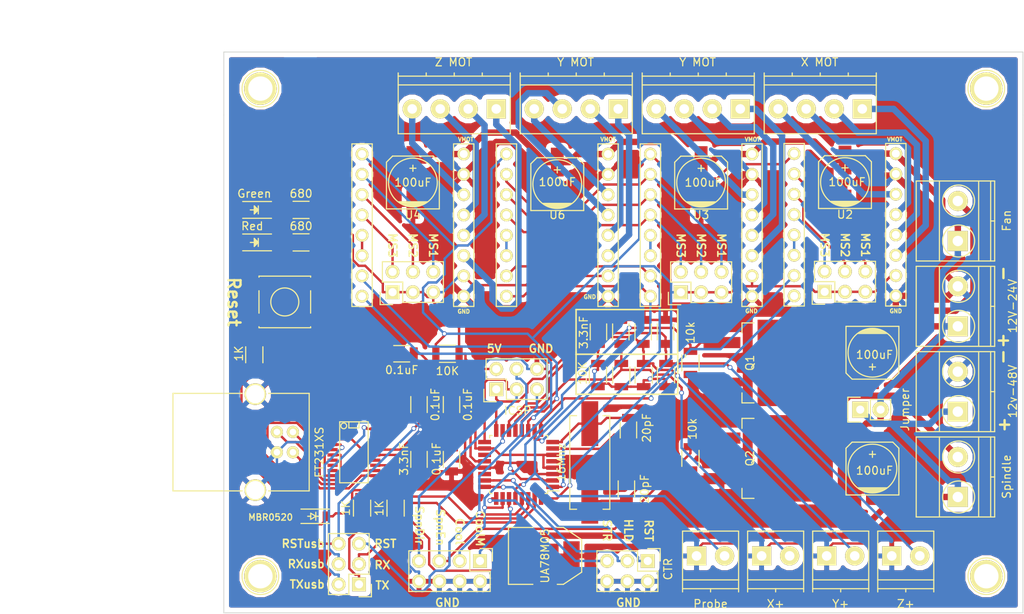
<source format=kicad_pcb>
(kicad_pcb (version 4) (host pcbnew 4.0.7)
  (layers (0 F.Cu signal) (31 B.Cu signal) (34 B.Paste user) (35 F.Paste user) (36 B.SilkS user) (37 F.SilkS user) (38 B.Mask user) (39 F.Mask user) (44 Edge.Cuts user))
  (net 0 "")
  (net 1 GND)
  (net 2 "Net-(C2-Pad1)")
  (net 3 +12V)
  (net 4 reset)
  (net 5 "Net-(C5-Pad2)")
  (net 6 +48V)
  (net 7 "Net-(C7-Pad1)")
  (net 8 "Net-(C8-Pad1)")
  (net 9 MISO)
  (net 10 YLIMIT)
  (net 11 XLIMIT)
  (net 12 PROBE)
  (net 13 "Net-(C13-Pad1)")
  (net 14 +5V)
  (net 15 "Net-(D1-Pad1)")
  (net 16 "Net-(D2-Pad1)")
  (net 17 YSTEP)
  (net 18 ZSTEP)
  (net 19 XDIR)
  (net 20 YDIR)
  (net 21 ZDIR)
  (net 22 EN)
  (net 23 MOSI)
  (net 24 "Net-(IC1-Pad30)")
  (net 25 "Net-(IC1-Pad31)")
  (net 26 XSTEP)
  (net 27 "Net-(JP1-Pad2)")
  (net 28 "Net-(JP2-Pad2)")
  (net 29 D+)
  (net 30 D-)
  (net 31 "Net-(P3-Pad2)")
  (net 32 "Net-(P3-Pad4)")
  (net 33 "Net-(P3-Pad6)")
  (net 34 "Net-(P4-Pad2)")
  (net 35 "Net-(P4-Pad4)")
  (net 36 "Net-(P4-Pad6)")
  (net 37 "Net-(P5-Pad2)")
  (net 38 "Net-(P5-Pad4)")
  (net 39 "Net-(P5-Pad6)")
  (net 40 "Net-(P8-Pad3)")
  (net 41 "Net-(P8-Pad4)")
  (net 42 "Net-(P8-Pad2)")
  (net 43 "Net-(P8-Pad1)")
  (net 44 "Net-(P9-Pad3)")
  (net 45 "Net-(P9-Pad4)")
  (net 46 "Net-(P9-Pad2)")
  (net 47 "Net-(P9-Pad1)")
  (net 48 "Net-(P10-Pad3)")
  (net 49 "Net-(P10-Pad4)")
  (net 50 "Net-(P10-Pad2)")
  (net 51 "Net-(P10-Pad1)")
  (net 52 RX)
  (net 53 TX)
  (net 54 "Net-(R5-Pad2)")
  (net 55 "Net-(R6-Pad2)")
  (net 56 "Net-(U2-Pad13)")
  (net 57 "Net-(U3-Pad13)")
  (net 58 "Net-(U4-Pad13)")
  (net 59 "Net-(IC1-Pad23)")
  (net 60 "Net-(IC1-Pad24)")
  (net 61 "Net-(IC1-Pad25)")
  (net 62 SCK)
  (net 63 COOLANT)
  (net 64 MISTCOOLANT)
  (net 65 +5VA)
  (net 66 TX_FTDI)
  (net 67 RX_FTDI)
  (net 68 reset-ftdi)
  (net 69 "Net-(P14-Pad3)")
  (net 70 "Net-(P14-Pad4)")
  (net 71 "Net-(P14-Pad2)")
  (net 72 "Net-(P14-Pad1)")
  (net 73 "Net-(U6-Pad13)")
  (module Connect:1pin (layer F.Cu) (at 157.988 29.21)
    (fp_text reference REF04 hide)
    (fp_text value 1pin hide)
    (pad 1 thru_hole circle (at 0 0) (size 4.064 4.064) (drill 3.048) (layers *.Cu *.Mask F.SilkS))
  )
  (module Connect:1pin (layer F.Cu) (at 157.988 90.17)
    (fp_text reference REF03 hide)
    (fp_text value 1pin hide)
    (pad 1 thru_hole circle (at 0 0) (size 4.064 4.064) (drill 3.048) (layers *.Cu *.Mask F.SilkS))
  )
  (module Connect:1pin (layer F.Cu) (at 248.666 90.17)
    (fp_text reference REF02 hide)
    (fp_text value 1pin hide)
    (pad 1 thru_hole circle (at 0 0) (size 4.064 4.064) (drill 3.048) (layers *.Cu *.Mask F.SilkS))
  )
  (module Connect:USB_B (layer F.Cu) (at 162.052 74.676 180)
    (fp_text reference P2 hide)
    (fp_text value USB_B hide)
    (pad 2 thru_hole circle (at 0 2.54 90) (size 1.524 1.524) (drill 0.8128) (layers *.Cu *.Mask F.SilkS) (net 30 D-))
    (pad 1 thru_hole circle (at 0 0 90) (size 1.524 1.524) (drill 0.8128) (layers *.Cu *.Mask F.SilkS) (net 65 +5VA))
    (pad 4 thru_hole circle (at 1.99898 0 90) (size 1.524 1.524) (drill 0.8128) (layers *.Cu *.Mask F.SilkS) (net 1 GND))
    (pad 3 thru_hole circle (at 1.99898 2.54 90) (size 1.524 1.524) (drill 0.8128) (layers *.Cu *.Mask F.SilkS) (net 29 D+))
    (pad 5 thru_hole circle (at 4.699 7.26948 90) (size 2.70002 2.70002) (drill 2.30124) (layers *.Cu *.Mask F.SilkS) (net 1 GND))
    (pad 5 thru_hole circle (at 4.699 -4.72948 90) (size 2.70002 2.70002) (drill 2.30124) (layers *.Cu *.Mask F.SilkS) (net 1 GND))
  )
  (module Capacitors_SMD:C_1206 (layer F.Cu) (at 181.864 75.565 90)
    (fp_text reference C1 hide)
    (fp_text value 0.1uF (at 0.0508 -1.8796 270) (layer F.SilkS))
    (pad 1 smd rect (at -1.5 0 90) (size 1 1.6) (layers F.Cu F.Paste F.Mask) (net 1 GND))
    (pad 2 smd rect (at 1.5 0 90) (size 1 1.6) (layers F.Cu F.Paste F.Mask) (net 14 +5V))
  )
  (module Capacitors_SMD:C_1206 (layer F.Cu) (at 175.641 62.357 180)
    (fp_text reference C2 hide)
    (fp_text value 0.1uF (at 0 -2.032 180) (layer F.SilkS))
    (pad 1 smd rect (at -1.5 0 180) (size 1 1.6) (layers F.Cu F.Paste F.Mask) (net 2 "Net-(C2-Pad1)"))
    (pad 2 smd rect (at 1.5 0 180) (size 1 1.6) (layers F.Cu F.Paste F.Mask) (net 1 GND))
  )
  (module Capacitors_SMD:C_1206 (layer F.Cu) (at 177.8 75.565 270)
    (fp_text reference C3 hide)
    (fp_text value 3.3nF (at -0.0508 1.8796 270) (layer F.SilkS))
    (pad 1 smd rect (at -1.5 0 270) (size 1 1.6) (layers F.Cu F.Paste F.Mask) (net 14 +5V))
    (pad 2 smd rect (at 1.5 0 270) (size 1 1.6) (layers F.Cu F.Paste F.Mask) (net 1 GND))
  )
  (module Capacitors_SMD:c_elec_6.3x7.7 (layer F.Cu) (at 234.442 62.23 270)
    (fp_text reference C4 hide)
    (fp_text value 100uF (at 0.254 -0.254 360) (layer F.SilkS))
    (pad 1 smd rect (at 2.75082 0 270) (size 3.59918 1.6002) (layers F.Cu F.Paste F.Mask) (net 3 +12V))
    (pad 2 smd rect (at -2.75082 0 270) (size 3.59918 1.6002) (layers F.Cu F.Paste F.Mask) (net 1 GND))
  )
  (module Capacitors_SMD:C_1206 (layer F.Cu) (at 177.8 68.707 90)
    (fp_text reference C5 hide)
    (fp_text value 0.1uF (at 0 2.032 90) (layer F.SilkS))
    (pad 1 smd rect (at -1.5 0 90) (size 1 1.6) (layers F.Cu F.Paste F.Mask) (net 68 reset-ftdi))
    (pad 2 smd rect (at 1.5 0 90) (size 1 1.6) (layers F.Cu F.Paste F.Mask) (net 5 "Net-(C5-Pad2)"))
  )
  (module Capacitors_SMD:c_elec_6.3x7.7 (layer F.Cu) (at 234.442 76.708 90)
    (fp_text reference C6 hide)
    (fp_text value 100uF (at -0.254 0.254 180) (layer F.SilkS))
    (pad 1 smd rect (at 2.75082 0 90) (size 3.59918 1.6002) (layers F.Cu F.Paste F.Mask) (net 6 +48V))
    (pad 2 smd rect (at -2.75082 0 90) (size 3.59918 1.6002) (layers F.Cu F.Paste F.Mask) (net 1 GND))
  )
  (module Capacitors_SMD:C_1206 (layer F.Cu) (at 203.708 79.248 90)
    (fp_text reference C7 hide)
    (fp_text value 20pF (at 0 2.286 270) (layer F.SilkS))
    (pad 1 smd rect (at -1.5 0 90) (size 1 1.6) (layers F.Cu F.Paste F.Mask) (net 7 "Net-(C7-Pad1)"))
    (pad 2 smd rect (at 1.5 0 90) (size 1 1.6) (layers F.Cu F.Paste F.Mask) (net 1 GND))
  )
  (module Capacitors_SMD:C_1206 (layer F.Cu) (at 203.962 71.882 270)
    (fp_text reference C8 hide)
    (fp_text value 20pF (at -0.254 -2.286 450) (layer F.SilkS))
    (pad 1 smd rect (at -1.5 0 270) (size 1 1.6) (layers F.Cu F.Paste F.Mask) (net 8 "Net-(C8-Pad1)"))
    (pad 2 smd rect (at 1.5 0 270) (size 1 1.6) (layers F.Cu F.Paste F.Mask) (net 1 GND))
  )
  (module Capacitors_SMD:C_1206 (layer F.Cu) (at 208.598 59.6265 90)
    (fp_text reference C9 hide)
    (fp_text value 3.3nF (at -0.0635 -10.2235 270) (layer F.SilkS))
    (pad 1 smd rect (at -1.5 0 90) (size 1 1.6) (layers F.Cu F.Paste F.Mask) (net 9 MISO))
    (pad 2 smd rect (at 1.5 0 90) (size 1 1.6) (layers F.Cu F.Paste F.Mask) (net 1 GND))
  )
  (module Capacitors_SMD:C_1206 (layer F.Cu) (at 205.804 59.6265 90)
    (fp_text reference C10 hide)
    (fp_text value 3.3nF hide)
    (pad 1 smd rect (at -1.5 0 90) (size 1 1.6) (layers F.Cu F.Paste F.Mask) (net 10 YLIMIT))
    (pad 2 smd rect (at 1.5 0 90) (size 1 1.6) (layers F.Cu F.Paste F.Mask) (net 1 GND))
  )
  (module Capacitors_SMD:C_1206 (layer F.Cu) (at 203.01 59.6265 90)
    (fp_text reference C11 hide)
    (fp_text value 3.3nF hide)
    (pad 1 smd rect (at -1.5 0 90) (size 1 1.6) (layers F.Cu F.Paste F.Mask) (net 11 XLIMIT))
    (pad 2 smd rect (at 1.5 0 90) (size 1 1.6) (layers F.Cu F.Paste F.Mask) (net 1 GND))
  )
  (module Capacitors_SMD:C_1206 (layer F.Cu) (at 200.216 59.6265 90)
    (fp_text reference C12 hide)
    (fp_text value 3.3nF hide)
    (pad 1 smd rect (at -1.5 0 90) (size 1 1.6) (layers F.Cu F.Paste F.Mask) (net 12 PROBE))
    (pad 2 smd rect (at 1.5 0 90) (size 1 1.6) (layers F.Cu F.Paste F.Mask) (net 1 GND))
  )
  (module Capacitors_SMD:C_1206 (layer F.Cu) (at 181.864 68.707 90)
    (fp_text reference C13 hide)
    (fp_text value 0.1uF (at 0 2.032 270) (layer F.SilkS))
    (pad 1 smd rect (at -1.5 0 90) (size 1 1.6) (layers F.Cu F.Paste F.Mask) (net 13 "Net-(C13-Pad1)"))
    (pad 2 smd rect (at 1.5 0 90) (size 1 1.6) (layers F.Cu F.Paste F.Mask) (net 1 GND))
  )
  (module Capacitors_SMD:c_elec_6.3x5.3 (layer F.Cu) (at 231.013 40.894 90)
    (fp_text reference C14 hide)
    (fp_text value 100uF (at 0 0.254 180) (layer F.SilkS))
    (pad 1 smd rect (at 2.75082 0 90) (size 3.59918 1.6002) (layers F.Cu F.Paste F.Mask) (net 3 +12V))
    (pad 2 smd rect (at -2.75082 0 90) (size 3.59918 1.6002) (layers F.Cu F.Paste F.Mask) (net 1 GND))
  )
  (module Capacitors_SMD:c_elec_6.3x5.3 (layer F.Cu) (at 213.042 40.9575 90)
    (fp_text reference C15 hide)
    (fp_text value 100uF (at 0 0.254 180) (layer F.SilkS))
    (pad 1 smd rect (at 2.75082 0 90) (size 3.59918 1.6002) (layers F.Cu F.Paste F.Mask) (net 3 +12V))
    (pad 2 smd rect (at -2.75082 0 90) (size 3.59918 1.6002) (layers F.Cu F.Paste F.Mask) (net 1 GND))
  )
  (module Capacitors_SMD:c_elec_6.3x5.3 (layer F.Cu) (at 177.038 40.9448 90)
    (fp_text reference C16 hide)
    (fp_text value 100uF (at 0 0 180) (layer F.SilkS))
    (pad 1 smd rect (at 2.75082 0 90) (size 3.59918 1.6002) (layers F.Cu F.Paste F.Mask) (net 3 +12V))
    (pad 2 smd rect (at -2.75082 0 90) (size 3.59918 1.6002) (layers F.Cu F.Paste F.Mask) (net 1 GND))
  )
  (module LEDs:LED_1206 (layer F.Cu) (at 157.226 48.4378 180)
    (fp_text reference D1 hide)
    (fp_text value Red (at 0.254 2.032 360) (layer F.SilkS))
    (pad 2 smd rect (at 1.41986 0) (size 1.59766 1.80086) (layers F.Cu F.Paste F.Mask) (net 14 +5V))
    (pad 1 smd rect (at -1.41986 0) (size 1.59766 1.80086) (layers F.Cu F.Paste F.Mask) (net 15 "Net-(D1-Pad1)"))
  )
  (module LEDs:LED_1206 (layer F.Cu) (at 157.226 44.3738 180)
    (fp_text reference D2 hide)
    (fp_text value Green (at 0 2.032 360) (layer F.SilkS))
    (pad 2 smd rect (at 1.41986 0) (size 1.59766 1.80086) (layers F.Cu F.Paste F.Mask) (net 14 +5V))
    (pad 1 smd rect (at -1.41986 0) (size 1.59766 1.80086) (layers F.Cu F.Paste F.Mask) (net 16 "Net-(D2-Pad1)"))
  )
  (module Housings_QFP:TQFP-32_7x7mm_Pitch0.8mm (layer F.Cu) (at 190.246 76.2 180)
    (fp_text reference IC1 hide)
    (fp_text value ATMEGA328P-A hide)
    (pad 1 smd rect (at -4.25 -2.8 180) (size 1.6 0.55) (layers F.Cu F.Paste F.Mask) (net 17 YSTEP))
    (pad 2 smd rect (at -4.25 -2 180) (size 1.6 0.55) (layers F.Cu F.Paste F.Mask) (net 18 ZSTEP))
    (pad 3 smd rect (at -4.25 -1.2 180) (size 1.6 0.55) (layers F.Cu F.Paste F.Mask) (net 1 GND))
    (pad 4 smd rect (at -4.25 -0.4 180) (size 1.6 0.55) (layers F.Cu F.Paste F.Mask) (net 14 +5V))
    (pad 5 smd rect (at -4.25 0.4 180) (size 1.6 0.55) (layers F.Cu F.Paste F.Mask) (net 1 GND))
    (pad 6 smd rect (at -4.25 1.2 180) (size 1.6 0.55) (layers F.Cu F.Paste F.Mask) (net 14 +5V))
    (pad 7 smd rect (at -4.25 2 180) (size 1.6 0.55) (layers F.Cu F.Paste F.Mask) (net 7 "Net-(C7-Pad1)"))
    (pad 8 smd rect (at -4.25 2.8 180) (size 1.6 0.55) (layers F.Cu F.Paste F.Mask) (net 8 "Net-(C8-Pad1)"))
    (pad 9 smd rect (at -2.8 4.25 270) (size 1.6 0.55) (layers F.Cu F.Paste F.Mask) (net 19 XDIR))
    (pad 10 smd rect (at -2 4.25 270) (size 1.6 0.55) (layers F.Cu F.Paste F.Mask) (net 20 YDIR))
    (pad 11 smd rect (at -1.2 4.25 270) (size 1.6 0.55) (layers F.Cu F.Paste F.Mask) (net 21 ZDIR))
    (pad 12 smd rect (at -0.4 4.25 270) (size 1.6 0.55) (layers F.Cu F.Paste F.Mask) (net 22 EN))
    (pad 13 smd rect (at 0.4 4.25 270) (size 1.6 0.55) (layers F.Cu F.Paste F.Mask) (net 11 XLIMIT))
    (pad 14 smd rect (at 1.2 4.25 270) (size 1.6 0.55) (layers F.Cu F.Paste F.Mask) (net 10 YLIMIT))
    (pad 15 smd rect (at 2 4.25 270) (size 1.6 0.55) (layers F.Cu F.Paste F.Mask) (net 23 MOSI))
    (pad 16 smd rect (at 2.8 4.25 270) (size 1.6 0.55) (layers F.Cu F.Paste F.Mask) (net 9 MISO))
    (pad 17 smd rect (at 4.25 2.8 180) (size 1.6 0.55) (layers F.Cu F.Paste F.Mask) (net 62 SCK))
    (pad 18 smd rect (at 4.25 2 180) (size 1.6 0.55) (layers F.Cu F.Paste F.Mask) (net 14 +5V))
    (pad 19 smd rect (at 4.25 1.2 180) (size 1.6 0.55) (layers F.Cu F.Paste F.Mask))
    (pad 20 smd rect (at 4.25 0.4 180) (size 1.6 0.55) (layers F.Cu F.Paste F.Mask) (net 2 "Net-(C2-Pad1)"))
    (pad 21 smd rect (at 4.25 -0.4 180) (size 1.6 0.55) (layers F.Cu F.Paste F.Mask) (net 1 GND))
    (pad 22 smd rect (at 4.25 -1.2 180) (size 1.6 0.55) (layers F.Cu F.Paste F.Mask))
    (pad 23 smd rect (at 4.25 -2 180) (size 1.6 0.55) (layers F.Cu F.Paste F.Mask) (net 59 "Net-(IC1-Pad23)"))
    (pad 24 smd rect (at 4.25 -2.8 180) (size 1.6 0.55) (layers F.Cu F.Paste F.Mask) (net 60 "Net-(IC1-Pad24)"))
    (pad 25 smd rect (at 2.8 -4.25 270) (size 1.6 0.55) (layers F.Cu F.Paste F.Mask) (net 61 "Net-(IC1-Pad25)"))
    (pad 26 smd rect (at 2 -4.25 270) (size 1.6 0.55) (layers F.Cu F.Paste F.Mask) (net 63 COOLANT))
    (pad 27 smd rect (at 1.2 -4.25 270) (size 1.6 0.55) (layers F.Cu F.Paste F.Mask) (net 64 MISTCOOLANT))
    (pad 28 smd rect (at 0.4 -4.25 270) (size 1.6 0.55) (layers F.Cu F.Paste F.Mask) (net 12 PROBE))
    (pad 29 smd rect (at -0.4 -4.25 270) (size 1.6 0.55) (layers F.Cu F.Paste F.Mask) (net 4 reset))
    (pad 30 smd rect (at -1.2 -4.25 270) (size 1.6 0.55) (layers F.Cu F.Paste F.Mask) (net 24 "Net-(IC1-Pad30)"))
    (pad 31 smd rect (at -2 -4.25 270) (size 1.6 0.55) (layers F.Cu F.Paste F.Mask) (net 25 "Net-(IC1-Pad31)"))
    (pad 32 smd rect (at -2.8 -4.25 270) (size 1.6 0.55) (layers F.Cu F.Paste F.Mask) (net 26 XSTEP))
  )
  (module Terminal_Blocks:TerminalBlock_Pheonix_MKDS1.5-2pol (layer F.Cu) (at 245.11 48.26 90)
    (fp_text reference JP1 hide)
    (fp_text value Fan (at 2.54 6.096 90) (layer F.SilkS))
    (pad 1 thru_hole rect (at 0 0 90) (size 2.5 2.5) (drill 1.3) (layers *.Cu *.Mask F.SilkS) (net 3 +12V))
    (pad 2 thru_hole circle (at 5 0 90) (size 2.5 2.5) (drill 1.3) (layers *.Cu *.Mask F.SilkS) (net 27 "Net-(JP1-Pad2)"))
  )
  (module Terminal_Blocks:TerminalBlock_Pheonix_MKDS1.5-2pol (layer F.Cu) (at 245.11 80.264 90)
    (fp_text reference JP2 hide)
    (fp_text value Spindle (at 2.54 6.096 90) (layer F.SilkS))
    (pad 1 thru_hole rect (at 0 0 90) (size 2.5 2.5) (drill 1.3) (layers *.Cu *.Mask F.SilkS) (net 6 +48V))
    (pad 2 thru_hole circle (at 5 0 90) (size 2.5 2.5) (drill 1.3) (layers *.Cu *.Mask F.SilkS) (net 28 "Net-(JP2-Pad2)"))
  )
  (module Terminal_Blocks:TerminalBlock_Pheonix_PT-3.5mm_2pol (layer F.Cu) (at 236.855 87.63)
    (fp_text reference JP3 hide)
    (fp_text value Z+ (at 1.75 6 180) (layer F.SilkS))
    (pad 2 thru_hole circle (at 3.5 0) (size 2.4 2.4) (drill 1.2) (layers *.Cu *.Mask F.SilkS) (net 9 MISO))
    (pad 1 thru_hole rect (at 0 0) (size 2.4 2.4) (drill 1.2) (layers *.Cu *.Mask F.SilkS) (net 1 GND))
  )
  (module Terminal_Blocks:TerminalBlock_Pheonix_PT-3.5mm_2pol (layer F.Cu) (at 228.727 87.63)
    (fp_text reference JP4 hide)
    (fp_text value Y+ (at 1.75 6 180) (layer F.SilkS))
    (pad 2 thru_hole circle (at 3.5 0) (size 2.4 2.4) (drill 1.2) (layers *.Cu *.Mask F.SilkS) (net 10 YLIMIT))
    (pad 1 thru_hole rect (at 0 0) (size 2.4 2.4) (drill 1.2) (layers *.Cu *.Mask F.SilkS) (net 1 GND))
  )
  (module Terminal_Blocks:TerminalBlock_Pheonix_PT-3.5mm_2pol (layer F.Cu) (at 220.599 87.63)
    (fp_text reference JP5 hide)
    (fp_text value X+ (at 1.75 6 180) (layer F.SilkS))
    (pad 2 thru_hole circle (at 3.5 0) (size 2.4 2.4) (drill 1.2) (layers *.Cu *.Mask F.SilkS) (net 11 XLIMIT))
    (pad 1 thru_hole rect (at 0 0) (size 2.4 2.4) (drill 1.2) (layers *.Cu *.Mask F.SilkS) (net 1 GND))
  )
  (module Terminal_Blocks:TerminalBlock_Pheonix_PT-3.5mm_2pol (layer F.Cu) (at 212.471 87.63)
    (fp_text reference JP6 hide)
    (fp_text value Probe (at 1.75 6 180) (layer F.SilkS))
    (pad 2 thru_hole circle (at 3.5 0) (size 2.4 2.4) (drill 1.2) (layers *.Cu *.Mask F.SilkS) (net 12 PROBE))
    (pad 1 thru_hole rect (at 0 0) (size 2.4 2.4) (drill 1.2) (layers *.Cu *.Mask F.SilkS) (net 1 GND))
  )
  (module Pin_Headers:Pin_Header_Straight_1x02 (layer F.Cu) (at 232.918 69.342 90)
    (fp_text reference JP7 hide)
    (fp_text value Jumper (at 0 5.588 90) (layer F.SilkS))
    (pad 1 thru_hole rect (at 0 0 90) (size 2.032 2.032) (drill 1.016) (layers *.Cu *.Mask F.SilkS) (net 6 +48V))
    (pad 2 thru_hole oval (at 0 2.54 90) (size 2.032 2.032) (drill 1.016) (layers *.Cu *.Mask F.SilkS) (net 3 +12V))
  )
  (module Pin_Headers:Pin_Header_Straight_2x03 (layer F.Cu) (at 187.452 66.802 90)
    (fp_text reference P1 hide)
    (fp_text value ICSP (at -2.667 2.667 180) (layer F.SilkS))
    (pad 1 thru_hole rect (at 0 0 90) (size 1.7272 1.7272) (drill 1.016) (layers *.Cu *.Mask F.SilkS) (net 9 MISO))
    (pad 2 thru_hole oval (at 2.54 0 90) (size 1.7272 1.7272) (drill 1.016) (layers *.Cu *.Mask F.SilkS) (net 14 +5V))
    (pad 3 thru_hole oval (at 0 2.54 90) (size 1.7272 1.7272) (drill 1.016) (layers *.Cu *.Mask F.SilkS) (net 62 SCK))
    (pad 4 thru_hole oval (at 2.54 2.54 90) (size 1.7272 1.7272) (drill 1.016) (layers *.Cu *.Mask F.SilkS) (net 23 MOSI))
    (pad 5 thru_hole oval (at 0 5.08 90) (size 1.7272 1.7272) (drill 1.016) (layers *.Cu *.Mask F.SilkS) (net 4 reset))
    (pad 6 thru_hole oval (at 2.54 5.08 90) (size 1.7272 1.7272) (drill 1.016) (layers *.Cu *.Mask F.SilkS) (net 1 GND))
  )
  (module Pin_Headers:Pin_Header_Straight_2x03 (layer F.Cu) (at 228.473 54.61 90)
    (fp_text reference P3 hide)
    (fp_text value CONN_02X03 hide)
    (pad 1 thru_hole rect (at 0 0 90) (size 1.7272 1.7272) (drill 1.016) (layers *.Cu *.Mask F.SilkS) (net 14 +5V))
    (pad 2 thru_hole oval (at 2.54 0 90) (size 1.7272 1.7272) (drill 1.016) (layers *.Cu *.Mask F.SilkS) (net 31 "Net-(P3-Pad2)"))
    (pad 3 thru_hole oval (at 0 2.54 90) (size 1.7272 1.7272) (drill 1.016) (layers *.Cu *.Mask F.SilkS) (net 14 +5V))
    (pad 4 thru_hole oval (at 2.54 2.54 90) (size 1.7272 1.7272) (drill 1.016) (layers *.Cu *.Mask F.SilkS) (net 32 "Net-(P3-Pad4)"))
    (pad 5 thru_hole oval (at 0 5.08 90) (size 1.7272 1.7272) (drill 1.016) (layers *.Cu *.Mask F.SilkS) (net 14 +5V))
    (pad 6 thru_hole oval (at 2.54 5.08 90) (size 1.7272 1.7272) (drill 1.016) (layers *.Cu *.Mask F.SilkS) (net 33 "Net-(P3-Pad6)"))
  )
  (module Pin_Headers:Pin_Header_Straight_2x03 (layer F.Cu) (at 210.502 54.6735 90)
    (fp_text reference P4 hide)
    (fp_text value CONN_02X03 hide)
    (pad 1 thru_hole rect (at 0 0 90) (size 1.7272 1.7272) (drill 1.016) (layers *.Cu *.Mask F.SilkS) (net 14 +5V))
    (pad 2 thru_hole oval (at 2.54 0 90) (size 1.7272 1.7272) (drill 1.016) (layers *.Cu *.Mask F.SilkS) (net 34 "Net-(P4-Pad2)"))
    (pad 3 thru_hole oval (at 0 2.54 90) (size 1.7272 1.7272) (drill 1.016) (layers *.Cu *.Mask F.SilkS) (net 14 +5V))
    (pad 4 thru_hole oval (at 2.54 2.54 90) (size 1.7272 1.7272) (drill 1.016) (layers *.Cu *.Mask F.SilkS) (net 35 "Net-(P4-Pad4)"))
    (pad 5 thru_hole oval (at 0 5.08 90) (size 1.7272 1.7272) (drill 1.016) (layers *.Cu *.Mask F.SilkS) (net 14 +5V))
    (pad 6 thru_hole oval (at 2.54 5.08 90) (size 1.7272 1.7272) (drill 1.016) (layers *.Cu *.Mask F.SilkS) (net 36 "Net-(P4-Pad6)"))
  )
  (module Pin_Headers:Pin_Header_Straight_2x03 (layer F.Cu) (at 174.498 54.6608 90)
    (fp_text reference P5 hide)
    (fp_text value CONN_02X03 hide)
    (pad 1 thru_hole rect (at 0 0 90) (size 1.7272 1.7272) (drill 1.016) (layers *.Cu *.Mask F.SilkS) (net 14 +5V))
    (pad 2 thru_hole oval (at 2.54 0 90) (size 1.7272 1.7272) (drill 1.016) (layers *.Cu *.Mask F.SilkS) (net 37 "Net-(P5-Pad2)"))
    (pad 3 thru_hole oval (at 0 2.54 90) (size 1.7272 1.7272) (drill 1.016) (layers *.Cu *.Mask F.SilkS) (net 14 +5V))
    (pad 4 thru_hole oval (at 2.54 2.54 90) (size 1.7272 1.7272) (drill 1.016) (layers *.Cu *.Mask F.SilkS) (net 38 "Net-(P5-Pad4)"))
    (pad 5 thru_hole oval (at 0 5.08 90) (size 1.7272 1.7272) (drill 1.016) (layers *.Cu *.Mask F.SilkS) (net 14 +5V))
    (pad 6 thru_hole oval (at 2.54 5.08 90) (size 1.7272 1.7272) (drill 1.016) (layers *.Cu *.Mask F.SilkS) (net 39 "Net-(P5-Pad6)"))
  )
  (module Terminal_Blocks:TerminalBlock_Pheonix_MKDS1.5-2pol (layer F.Cu) (at 245.11 58.928 90)
    (fp_text reference P6 hide)
    (fp_text value 12V-24V (at 2.54 6.858 90) (layer F.SilkS))
    (pad 1 thru_hole rect (at 0 0 90) (size 2.5 2.5) (drill 1.3) (layers *.Cu *.Mask F.SilkS) (net 3 +12V))
    (pad 2 thru_hole circle (at 5 0 90) (size 2.5 2.5) (drill 1.3) (layers *.Cu *.Mask F.SilkS) (net 1 GND))
  )
  (module Terminal_Blocks:TerminalBlock_Pheonix_MKDS1.5-2pol (layer F.Cu) (at 245.11 69.596 90)
    (fp_text reference P7 hide)
    (fp_text value 12v-48V (at 2.54 6.858 90) (layer F.SilkS))
    (pad 1 thru_hole rect (at 0 0 90) (size 2.5 2.5) (drill 1.3) (layers *.Cu *.Mask F.SilkS) (net 6 +48V))
    (pad 2 thru_hole circle (at 5 0 90) (size 2.5 2.5) (drill 1.3) (layers *.Cu *.Mask F.SilkS) (net 1 GND))
  )
  (module Terminal_Blocks:TerminalBlock_Pheonix_PT-3.5mm_4pol (layer F.Cu) (at 233.172 31.75 180)
    (fp_text reference P8 hide)
    (fp_text value "X MOT" (at 5.334 5.842 360) (layer F.SilkS))
    (pad 3 thru_hole circle (at 7 0 180) (size 2.4 2.4) (drill 1.2) (layers *.Cu *.Mask F.SilkS) (net 40 "Net-(P8-Pad3)"))
    (pad 4 thru_hole circle (at 10.5 0 180) (size 2.4 2.4) (drill 1.2) (layers *.Cu *.Mask F.SilkS) (net 41 "Net-(P8-Pad4)"))
    (pad 2 thru_hole circle (at 3.5 0 180) (size 2.4 2.4) (drill 1.2) (layers *.Cu *.Mask F.SilkS) (net 42 "Net-(P8-Pad2)"))
    (pad 1 thru_hole rect (at 0 0 180) (size 2.4 2.4) (drill 1.2) (layers *.Cu *.Mask F.SilkS) (net 43 "Net-(P8-Pad1)"))
  )
  (module Terminal_Blocks:TerminalBlock_Pheonix_PT-3.5mm_4pol (layer F.Cu) (at 217.932 31.75 180)
    (fp_text reference P9 hide)
    (fp_text value "Y MOT" (at 5.334 5.842 180) (layer F.SilkS))
    (pad 3 thru_hole circle (at 7 0 180) (size 2.4 2.4) (drill 1.2) (layers *.Cu *.Mask F.SilkS) (net 44 "Net-(P9-Pad3)"))
    (pad 4 thru_hole circle (at 10.5 0 180) (size 2.4 2.4) (drill 1.2) (layers *.Cu *.Mask F.SilkS) (net 45 "Net-(P9-Pad4)"))
    (pad 2 thru_hole circle (at 3.5 0 180) (size 2.4 2.4) (drill 1.2) (layers *.Cu *.Mask F.SilkS) (net 46 "Net-(P9-Pad2)"))
    (pad 1 thru_hole rect (at 0 0 180) (size 2.4 2.4) (drill 1.2) (layers *.Cu *.Mask F.SilkS) (net 47 "Net-(P9-Pad1)"))
  )
  (module Terminal_Blocks:TerminalBlock_Pheonix_PT-3.5mm_4pol (layer F.Cu) (at 187.452 31.75 180)
    (fp_text reference P10 hide)
    (fp_text value "Z MOT" (at 5.334 5.842 180) (layer F.SilkS))
    (pad 3 thru_hole circle (at 7 0 180) (size 2.4 2.4) (drill 1.2) (layers *.Cu *.Mask F.SilkS) (net 48 "Net-(P10-Pad3)"))
    (pad 4 thru_hole circle (at 10.5 0 180) (size 2.4 2.4) (drill 1.2) (layers *.Cu *.Mask F.SilkS) (net 49 "Net-(P10-Pad4)"))
    (pad 2 thru_hole circle (at 3.5 0 180) (size 2.4 2.4) (drill 1.2) (layers *.Cu *.Mask F.SilkS) (net 50 "Net-(P10-Pad2)"))
    (pad 1 thru_hole rect (at 0 0 180) (size 2.4 2.4) (drill 1.2) (layers *.Cu *.Mask F.SilkS) (net 51 "Net-(P10-Pad1)"))
  )
  (module Resistors_SMD:R_1206 (layer F.Cu) (at 211.709 63.5 270)
    (fp_text reference R1 hide)
    (fp_text value 10k (at -3.81 0 270) (layer F.SilkS))
    (pad 1 smd rect (at -1.45 0 270) (size 0.9 1.7) (layers F.Cu F.Paste F.Mask) (net 63 COOLANT))
    (pad 2 smd rect (at 1.45 0 270) (size 0.9 1.7) (layers F.Cu F.Paste F.Mask) (net 1 GND))
  )
  (module Resistors_SMD:R_1206 (layer F.Cu) (at 157.226 62.484 90)
    (fp_text reference R2 hide)
    (fp_text value 1K (at 0.1524 -1.9304 270) (layer F.SilkS))
    (pad 1 smd rect (at -1.45 0 90) (size 0.9 1.7) (layers F.Cu F.Paste F.Mask) (net 14 +5V))
    (pad 2 smd rect (at 1.45 0 90) (size 0.9 1.7) (layers F.Cu F.Paste F.Mask) (net 68 reset-ftdi))
  )
  (module Resistors_SMD:R_1206 (layer F.Cu) (at 174.879 81.661 270)
    (fp_text reference R3 hide)
    (fp_text value 1K (at 0 2.032 270) (layer F.SilkS))
    (pad 1 smd rect (at -1.45 0 270) (size 0.9 1.7) (layers F.Cu F.Paste F.Mask) (net 24 "Net-(IC1-Pad30)"))
    (pad 2 smd rect (at 1.45 0 270) (size 0.9 1.7) (layers F.Cu F.Paste F.Mask) (net 52 RX))
  )
  (module Resistors_SMD:R_1206 (layer F.Cu) (at 170.688 81.661 270)
    (fp_text reference R4 hide)
    (fp_text value 1K (at 0 2.032 270) (layer F.SilkS))
    (pad 1 smd rect (at -1.45 0 270) (size 0.9 1.7) (layers F.Cu F.Paste F.Mask) (net 25 "Net-(IC1-Pad31)"))
    (pad 2 smd rect (at 1.45 0 270) (size 0.9 1.7) (layers F.Cu F.Paste F.Mask) (net 53 TX))
  )
  (module Resistors_SMD:R_1206 (layer F.Cu) (at 163.068 48.4378)
    (fp_text reference R5 hide)
    (fp_text value 680 (at 0 -2.032 180) (layer F.SilkS))
    (pad 1 smd rect (at -1.45 0) (size 0.9 1.7) (layers F.Cu F.Paste F.Mask) (net 15 "Net-(D1-Pad1)"))
    (pad 2 smd rect (at 1.45 0) (size 0.9 1.7) (layers F.Cu F.Paste F.Mask) (net 54 "Net-(R5-Pad2)"))
  )
  (module Resistors_SMD:R_1206 (layer F.Cu) (at 163.068 44.3738)
    (fp_text reference R6 hide)
    (fp_text value 680 (at 0 -2.032 180) (layer F.SilkS))
    (pad 1 smd rect (at -1.45 0) (size 0.9 1.7) (layers F.Cu F.Paste F.Mask) (net 16 "Net-(D2-Pad1)"))
    (pad 2 smd rect (at 1.45 0) (size 0.9 1.7) (layers F.Cu F.Paste F.Mask) (net 55 "Net-(R6-Pad2)"))
  )
  (module Resistors_SMD:R_1206 (layer F.Cu) (at 211.709 75.438 270)
    (fp_text reference R7 hide)
    (fp_text value 10k (at -3.683 -0.254 270) (layer F.SilkS))
    (pad 1 smd rect (at -1.45 0 270) (size 0.9 1.7) (layers F.Cu F.Paste F.Mask) (net 23 MOSI))
    (pad 2 smd rect (at 1.45 0 270) (size 0.9 1.7) (layers F.Cu F.Paste F.Mask) (net 1 GND))
  )
  (module Resistors_SMD:R_1206 (layer F.Cu) (at 208.661 65.024 90)
    (fp_text reference R8 hide)
    (fp_text value 10K (at 0.254 -10.414 90) (layer F.SilkS))
    (pad 1 smd rect (at -1.45 0 90) (size 0.9 1.7) (layers F.Cu F.Paste F.Mask) (net 14 +5V))
    (pad 2 smd rect (at 1.45 0 90) (size 0.9 1.7) (layers F.Cu F.Paste F.Mask) (net 9 MISO))
  )
  (module Resistors_SMD:R_1206 (layer F.Cu) (at 205.867 65.024 90)
    (fp_text reference R9 hide)
    (fp_text value 10K hide)
    (pad 1 smd rect (at -1.45 0 90) (size 0.9 1.7) (layers F.Cu F.Paste F.Mask) (net 14 +5V))
    (pad 2 smd rect (at 1.45 0 90) (size 0.9 1.7) (layers F.Cu F.Paste F.Mask) (net 10 YLIMIT))
  )
  (module Resistors_SMD:R_1206 (layer F.Cu) (at 203.073 65.024 90)
    (fp_text reference R10 hide)
    (fp_text value 10K hide)
    (pad 1 smd rect (at -1.45 0 90) (size 0.9 1.7) (layers F.Cu F.Paste F.Mask) (net 14 +5V))
    (pad 2 smd rect (at 1.45 0 90) (size 0.9 1.7) (layers F.Cu F.Paste F.Mask) (net 11 XLIMIT))
  )
  (module Resistors_SMD:R_1206 (layer F.Cu) (at 200.152 65.024 90)
    (fp_text reference R11 hide)
    (fp_text value 10K hide)
    (pad 1 smd rect (at -1.45 0 90) (size 0.9 1.7) (layers F.Cu F.Paste F.Mask) (net 14 +5V))
    (pad 2 smd rect (at 1.45 0 90) (size 0.9 1.7) (layers F.Cu F.Paste F.Mask) (net 12 PROBE))
  )
  (module Resistors_SMD:R_1206 (layer F.Cu) (at 181.356 62.357 180)
    (fp_text reference R12 hide)
    (fp_text value 10K (at 0 -2.159 180) (layer F.SilkS))
    (pad 1 smd rect (at -1.45 0 180) (size 0.9 1.7) (layers F.Cu F.Paste F.Mask) (net 14 +5V))
    (pad 2 smd rect (at 1.45 0 180) (size 0.9 1.7) (layers F.Cu F.Paste F.Mask) (net 22 EN))
  )
  (module Pin_Headers:Pin_Header_Straight_2x03 (layer F.Cu) (at 206.375 88.265 270)
    (fp_text reference P11 hide)
    (fp_text value CTR (at 1.016 -2.54 270) (layer F.SilkS))
    (pad 1 thru_hole rect (at 0 0 270) (size 1.7272 1.7272) (drill 1.016) (layers *.Cu *.Mask F.SilkS) (net 59 "Net-(IC1-Pad23)"))
    (pad 2 thru_hole oval (at 2.54 0 270) (size 1.7272 1.7272) (drill 1.016) (layers *.Cu *.Mask F.SilkS) (net 1 GND))
    (pad 3 thru_hole oval (at 0 2.54 270) (size 1.7272 1.7272) (drill 1.016) (layers *.Cu *.Mask F.SilkS) (net 60 "Net-(IC1-Pad24)"))
    (pad 4 thru_hole oval (at 2.54 2.54 270) (size 1.7272 1.7272) (drill 1.016) (layers *.Cu *.Mask F.SilkS) (net 1 GND))
    (pad 5 thru_hole oval (at 0 5.08 270) (size 1.7272 1.7272) (drill 1.016) (layers *.Cu *.Mask F.SilkS) (net 61 "Net-(IC1-Pad25)"))
    (pad 6 thru_hole oval (at 2.54 5.08 270) (size 1.7272 1.7272) (drill 1.016) (layers *.Cu *.Mask F.SilkS) (net 1 GND))
  )
  (module SMD_Packages:SSOP-20 (layer F.Cu) (at 169.672 74.676 270)
    (fp_text reference U1 hide)
    (fp_text value FT231XS (at 0 4.318 270) (layer F.SilkS))
    (pad 1 smd rect (at -2.921 2.667 270) (size 0.4064 1.27) (layers F.Cu F.Paste F.Mask) (net 5 "Net-(C5-Pad2)"))
    (pad 2 smd rect (at -2.286 2.667 270) (size 0.4064 1.27) (layers F.Cu F.Paste F.Mask))
    (pad 3 smd rect (at -1.6256 2.667 270) (size 0.4064 1.27) (layers F.Cu F.Paste F.Mask) (net 14 +5V))
    (pad 4 smd rect (at -0.9652 2.667 270) (size 0.4064 1.27) (layers F.Cu F.Paste F.Mask) (net 66 TX_FTDI))
    (pad 5 smd rect (at -0.3302 2.667 270) (size 0.4064 1.27) (layers F.Cu F.Paste F.Mask))
    (pad 6 smd rect (at 0.3302 2.667 270) (size 0.4064 1.27) (layers F.Cu F.Paste F.Mask) (net 1 GND))
    (pad 7 smd rect (at 0.9906 2.667 270) (size 0.4064 1.27) (layers F.Cu F.Paste F.Mask))
    (pad 8 smd rect (at 1.6256 2.667 270) (size 0.4064 1.27) (layers F.Cu F.Paste F.Mask))
    (pad 9 smd rect (at 2.286 2.667 270) (size 0.4064 1.27) (layers F.Cu F.Paste F.Mask))
    (pad 10 smd rect (at 2.921 2.667 270) (size 0.4064 1.27) (layers F.Cu F.Paste F.Mask) (net 54 "Net-(R5-Pad2)"))
    (pad 11 smd rect (at 2.921 -2.667 270) (size 0.4064 1.27) (layers F.Cu F.Paste F.Mask) (net 29 D+))
    (pad 12 smd rect (at 2.286 -2.667 270) (size 0.4064 1.27) (layers F.Cu F.Paste F.Mask) (net 30 D-))
    (pad 13 smd rect (at 1.6256 -2.667 270) (size 0.4064 1.27) (layers F.Cu F.Paste F.Mask) (net 13 "Net-(C13-Pad1)"))
    (pad 14 smd rect (at 0.9906 -2.667 270) (size 0.4064 1.27) (layers F.Cu F.Paste F.Mask))
    (pad 15 smd rect (at 0.3302 -2.667 270) (size 0.4064 1.27) (layers F.Cu F.Paste F.Mask) (net 14 +5V))
    (pad 16 smd rect (at -0.3302 -2.667 270) (size 0.4064 1.27) (layers F.Cu F.Paste F.Mask) (net 1 GND))
    (pad 17 smd rect (at -0.9652 -2.667 270) (size 0.4064 1.27) (layers F.Cu F.Paste F.Mask) (net 55 "Net-(R6-Pad2)"))
    (pad 18 smd rect (at -1.6256 -2.667 270) (size 0.4064 1.27) (layers F.Cu F.Paste F.Mask))
    (pad 19 smd rect (at -2.286 -2.667 270) (size 0.4064 1.27) (layers F.Cu F.Paste F.Mask))
    (pad 20 smd rect (at -2.921 -2.667 270) (size 0.4064 1.27) (layers F.Cu F.Paste F.Mask) (net 67 RX_FTDI))
  )
  (module Crystals:Crystal_HC49-SD_SMD (layer F.Cu) (at 199.136 75.946 270)
    (fp_text reference Y1 hide)
    (fp_text value 16Mhz (at 0 3.556 270) (layer F.SilkS))
    (pad 1 smd rect (at -4.84886 0 270) (size 5.6007 2.10058) (layers F.Cu F.Paste F.Mask) (net 8 "Net-(C8-Pad1)"))
    (pad 2 smd rect (at 4.84886 0 270) (size 5.6007 2.10058) (layers F.Cu F.Paste F.Mask) (net 7 "Net-(C7-Pad1)"))
  )
  (module Buttons_Switches_SMD:SW_SPST_PTS645 (layer F.Cu) (at 161.036 55.88)
    (fp_text reference S1 hide)
    (fp_text value SWITCH hide)
    (pad 2 smd rect (at -3.975 2.25) (size 1.55 1.3) (layers F.Cu F.Paste F.Mask) (net 68 reset-ftdi))
    (pad 1 smd rect (at -3.975 -2.25) (size 1.55 1.3) (layers F.Cu F.Paste F.Mask) (net 1 GND))
    (pad 1 smd rect (at 3.975 -2.25) (size 1.55 1.3) (layers F.Cu F.Paste F.Mask) (net 1 GND))
    (pad 2 smd rect (at 3.975 2.25) (size 1.55 1.3) (layers F.Cu F.Paste F.Mask) (net 68 reset-ftdi))
  )
  (module Pin_Headers:Pin_Header_Straight_2x04 (layer F.Cu) (at 185.42 88.265 270)
    (fp_text reference P12 hide)
    (fp_text value CON hide)
    (pad 1 thru_hole rect (at 0 0 270) (size 1.7272 1.7272) (drill 1.016) (layers *.Cu *.Mask F.SilkS) (net 64 MISTCOOLANT))
    (pad 2 thru_hole oval (at 2.54 0 270) (size 1.7272 1.7272) (drill 1.016) (layers *.Cu *.Mask F.SilkS) (net 1 GND))
    (pad 3 thru_hole oval (at 0 2.54 270) (size 1.7272 1.7272) (drill 1.016) (layers *.Cu *.Mask F.SilkS) (net 63 COOLANT))
    (pad 4 thru_hole oval (at 2.54 2.54 270) (size 1.7272 1.7272) (drill 1.016) (layers *.Cu *.Mask F.SilkS) (net 1 GND))
    (pad 5 thru_hole oval (at 0 5.08 270) (size 1.7272 1.7272) (drill 1.016) (layers *.Cu *.Mask F.SilkS) (net 23 MOSI))
    (pad 6 thru_hole oval (at 2.54 5.08 270) (size 1.7272 1.7272) (drill 1.016) (layers *.Cu *.Mask F.SilkS) (net 1 GND))
    (pad 7 thru_hole oval (at 0 7.62 270) (size 1.7272 1.7272) (drill 1.016) (layers *.Cu *.Mask F.SilkS) (net 62 SCK))
    (pad 8 thru_hole oval (at 2.54 7.62 270) (size 1.7272 1.7272) (drill 1.016) (layers *.Cu *.Mask F.SilkS) (net 1 GND))
  )
  (module Connect:1pin (layer F.Cu) (at 248.666 29.21)
    (fp_text reference REF01 hide)
    (fp_text value 1pin hide)
    (pad 1 thru_hole circle (at 0 0) (size 4.064 4.064) (drill 3.048) (layers *.Cu *.Mask F.SilkS))
  )
  (module Diodes_SMD:SOD-123 (layer F.Cu) (at 164.592 82.677 180)
    (fp_text reference D3 hide)
    (fp_text value MBR0520 (at 5.334 -0.127 180) (layer F.SilkS) (effects (font (size 0.8 0.8))))
    (pad 1 smd rect (at -1.635 0 180) (size 0.91 1.22) (layers F.Cu F.Paste F.Mask) (net 14 +5V))
    (pad 2 smd rect (at 1.635 0 180) (size 0.91 1.22) (layers F.Cu F.Paste F.Mask) (net 65 +5VA))
  )
  (module TO_SOT_Packages_SMD:SOT-223 (layer F.Cu) (at 193.548 87.63 270)
    (fp_text reference U5 hide)
    (fp_text value UA78M05 (at 0 0 270) (layer F.SilkS))
    (pad 4 smd rect (at 0 -3.302 270) (size 3.6576 2.032) (layers F.Cu F.Paste F.Mask) (net 1 GND))
    (pad 2 smd rect (at 0 3.302 270) (size 1.016 2.032) (layers F.Cu F.Paste F.Mask) (net 1 GND))
    (pad 3 smd rect (at 2.286 3.302 270) (size 1.016 2.032) (layers F.Cu F.Paste F.Mask) (net 14 +5V))
    (pad 1 smd rect (at -2.286 3.302 270) (size 1.016 2.032) (layers F.Cu F.Paste F.Mask) (net 3 +12V))
  )
  (module Pin_Headers:Pin_Header_Straight_2x03 (layer F.Cu) (at 170.307 91.186 180)
    (fp_text reference P13 hide)
    (fp_text value CONN_02X03 hide)
    (pad 1 thru_hole rect (at 0 0 180) (size 1.7272 1.7272) (drill 1.016) (layers *.Cu *.Mask F.SilkS) (net 53 TX))
    (pad 2 thru_hole oval (at 2.54 0 180) (size 1.7272 1.7272) (drill 1.016) (layers *.Cu *.Mask F.SilkS) (net 66 TX_FTDI))
    (pad 3 thru_hole oval (at 0 2.54 180) (size 1.7272 1.7272) (drill 1.016) (layers *.Cu *.Mask F.SilkS) (net 52 RX))
    (pad 4 thru_hole oval (at 2.54 2.54 180) (size 1.7272 1.7272) (drill 1.016) (layers *.Cu *.Mask F.SilkS) (net 67 RX_FTDI))
    (pad 5 thru_hole oval (at 0 5.08 180) (size 1.7272 1.7272) (drill 1.016) (layers *.Cu *.Mask F.SilkS) (net 4 reset))
    (pad 6 thru_hole oval (at 2.54 5.08 180) (size 1.7272 1.7272) (drill 1.016) (layers *.Cu *.Mask F.SilkS) (net 68 reset-ftdi))
  )
  (module Terminal_Blocks:TerminalBlock_Pheonix_PT-3.5mm_4pol (layer F.Cu) (at 202.692 31.75 180)
    (fp_text reference P14 hide)
    (fp_text value "Y MOT" (at 5.334 5.842 180) (layer F.SilkS))
    (pad 3 thru_hole circle (at 7 0 180) (size 2.4 2.4) (drill 1.2) (layers *.Cu *.Mask F.SilkS) (net 69 "Net-(P14-Pad3)"))
    (pad 4 thru_hole circle (at 10.5 0 180) (size 2.4 2.4) (drill 1.2) (layers *.Cu *.Mask F.SilkS) (net 70 "Net-(P14-Pad4)"))
    (pad 2 thru_hole circle (at 3.5 0 180) (size 2.4 2.4) (drill 1.2) (layers *.Cu *.Mask F.SilkS) (net 71 "Net-(P14-Pad2)"))
    (pad 1 thru_hole rect (at 0 0 180) (size 2.4 2.4) (drill 1.2) (layers *.Cu *.Mask F.SilkS) (net 72 "Net-(P14-Pad1)"))
  )
  (module Capacitors_SMD:c_elec_6.3x5.3 (layer F.Cu) (at 195.072 41.148 90)
    (fp_text reference C17 hide)
    (fp_text value 100uF (at 0.254 0 180) (layer F.SilkS))
    (pad 1 smd rect (at 2.75082 0 90) (size 3.59918 1.6002) (layers F.Cu F.Paste F.Mask) (net 3 +12V))
    (pad 2 smd rect (at -2.75082 0 90) (size 3.59918 1.6002) (layers F.Cu F.Paste F.Mask) (net 1 GND))
  )
  (module TO-263-3:TO-263-3Lead (layer F.Cu) (at 215.646 63.5)
    (fp_text reference Q1 (at 3.5 0 90) (layer F.SilkS))
    (fp_text value STB60NF06LT4 hide)
    (pad 2 smd rect (at 9.15 0) (size 9.4 10.8) (layers F.Cu F.Paste F.Mask) (net 27 "Net-(JP1-Pad2)"))
    (pad 3 smd rect (at 0 2.54) (size 4.6 1.39) (layers F.Cu F.Paste F.Mask) (net 1 GND))
    (pad 1 smd rect (at 0 -2.54) (size 4.6 1.39) (layers F.Cu F.Paste F.Mask) (net 63 COOLANT))
  )
  (module TO-263-3:TO-263-3Lead (layer F.Cu) (at 215.646 75.438)
    (fp_text reference Q2 (at 3.5 0 90) (layer F.SilkS))
    (fp_text value STB60NF06LT4 hide)
    (pad 2 smd rect (at 9.15 0) (size 9.4 10.8) (layers F.Cu F.Paste F.Mask) (net 28 "Net-(JP2-Pad2)"))
    (pad 3 smd rect (at 0 2.54) (size 4.6 1.39) (layers F.Cu F.Paste F.Mask) (net 1 GND))
    (pad 1 smd rect (at 0 -2.54) (size 4.6 1.39) (layers F.Cu F.Paste F.Mask) (net 23 MOSI))
  )
  (module ExtraFootprints:Pololu_Socket (layer F.Cu) (at 231.013 46.228 180)
    (fp_text reference U2 (at 0 1.27 180) (layer F.SilkS))
    (fp_text value POLOLU_A4988 hide)
    (pad 1 thru_hole circle (at -6.35 -8.89 180) (size 1.6 1.6) (drill 1) (layers *.Cu *.Mask F.SilkS) (net 1 GND))
    (pad 2 thru_hole circle (at -6.35 -6.35 180) (size 1.6 1.6) (drill 1) (layers *.Cu *.Mask F.SilkS) (net 14 +5V))
    (pad 3 thru_hole circle (at -6.35 -3.81 180) (size 1.6 1.6) (drill 1) (layers *.Cu *.Mask F.SilkS) (net 43 "Net-(P8-Pad1)"))
    (pad 4 thru_hole circle (at -6.35 -1.27 180) (size 1.6 1.6) (drill 1) (layers *.Cu *.Mask F.SilkS) (net 42 "Net-(P8-Pad2)"))
    (pad 5 thru_hole circle (at -6.35 1.27 180) (size 1.6 1.6) (drill 1) (layers *.Cu *.Mask F.SilkS) (net 40 "Net-(P8-Pad3)"))
    (pad 6 thru_hole circle (at -6.35 3.81 180) (size 1.6 1.6) (drill 1) (layers *.Cu *.Mask F.SilkS) (net 41 "Net-(P8-Pad4)"))
    (pad 7 thru_hole circle (at -6.35 6.35 180) (size 1.6 1.6) (drill 1) (layers *.Cu *.Mask F.SilkS) (net 1 GND))
    (pad 8 thru_hole circle (at -6.35 8.89 180) (size 1.6 1.6) (drill 1) (layers *.Cu *.Mask F.SilkS) (net 3 +12V))
    (pad 9 thru_hole circle (at 6.35 8.89 180) (size 1.6 1.6) (drill 1) (layers *.Cu *.Mask F.SilkS) (net 22 EN))
    (pad 10 thru_hole circle (at 6.35 6.35 180) (size 1.6 1.6) (drill 1) (layers *.Cu *.Mask F.SilkS) (net 33 "Net-(P3-Pad6)"))
    (pad 11 thru_hole circle (at 6.35 3.81 180) (size 1.6 1.6) (drill 1) (layers *.Cu *.Mask F.SilkS) (net 32 "Net-(P3-Pad4)"))
    (pad 12 thru_hole circle (at 6.35 1.27 180) (size 1.6 1.6) (drill 1) (layers *.Cu *.Mask F.SilkS) (net 31 "Net-(P3-Pad2)"))
    (pad 13 thru_hole circle (at 6.35 -1.27 180) (size 1.6 1.6) (drill 1) (layers *.Cu *.Mask F.SilkS) (net 56 "Net-(U2-Pad13)"))
    (pad 14 thru_hole circle (at 6.35 -3.81 180) (size 1.6 1.6) (drill 1) (layers *.Cu *.Mask F.SilkS) (net 56 "Net-(U2-Pad13)"))
    (pad 15 thru_hole circle (at 6.35 -6.35 180) (size 1.6 1.6) (drill 1) (layers *.Cu *.Mask F.SilkS) (net 26 XSTEP))
    (pad 16 thru_hole circle (at 6.35 -8.89 180) (size 1.6 1.6) (drill 1) (layers *.Cu *.Mask F.SilkS) (net 19 XDIR))
  )
  (module ExtraFootprints:Pololu_Socket (layer F.Cu) (at 213.055 46.2788 180)
    (fp_text reference U3 (at 0 1.27 180) (layer F.SilkS))
    (fp_text value POLOLU_A4988 hide)
    (pad 1 thru_hole circle (at -6.35 -8.89 180) (size 1.6 1.6) (drill 1) (layers *.Cu *.Mask F.SilkS) (net 1 GND))
    (pad 2 thru_hole circle (at -6.35 -6.35 180) (size 1.6 1.6) (drill 1) (layers *.Cu *.Mask F.SilkS) (net 14 +5V))
    (pad 3 thru_hole circle (at -6.35 -3.81 180) (size 1.6 1.6) (drill 1) (layers *.Cu *.Mask F.SilkS) (net 47 "Net-(P9-Pad1)"))
    (pad 4 thru_hole circle (at -6.35 -1.27 180) (size 1.6 1.6) (drill 1) (layers *.Cu *.Mask F.SilkS) (net 46 "Net-(P9-Pad2)"))
    (pad 5 thru_hole circle (at -6.35 1.27 180) (size 1.6 1.6) (drill 1) (layers *.Cu *.Mask F.SilkS) (net 44 "Net-(P9-Pad3)"))
    (pad 6 thru_hole circle (at -6.35 3.81 180) (size 1.6 1.6) (drill 1) (layers *.Cu *.Mask F.SilkS) (net 45 "Net-(P9-Pad4)"))
    (pad 7 thru_hole circle (at -6.35 6.35 180) (size 1.6 1.6) (drill 1) (layers *.Cu *.Mask F.SilkS) (net 1 GND))
    (pad 8 thru_hole circle (at -6.35 8.89 180) (size 1.6 1.6) (drill 1) (layers *.Cu *.Mask F.SilkS) (net 3 +12V))
    (pad 9 thru_hole circle (at 6.35 8.89 180) (size 1.6 1.6) (drill 1) (layers *.Cu *.Mask F.SilkS) (net 22 EN))
    (pad 10 thru_hole circle (at 6.35 6.35 180) (size 1.6 1.6) (drill 1) (layers *.Cu *.Mask F.SilkS) (net 36 "Net-(P4-Pad6)"))
    (pad 11 thru_hole circle (at 6.35 3.81 180) (size 1.6 1.6) (drill 1) (layers *.Cu *.Mask F.SilkS) (net 35 "Net-(P4-Pad4)"))
    (pad 12 thru_hole circle (at 6.35 1.27 180) (size 1.6 1.6) (drill 1) (layers *.Cu *.Mask F.SilkS) (net 34 "Net-(P4-Pad2)"))
    (pad 13 thru_hole circle (at 6.35 -1.27 180) (size 1.6 1.6) (drill 1) (layers *.Cu *.Mask F.SilkS) (net 57 "Net-(U3-Pad13)"))
    (pad 14 thru_hole circle (at 6.35 -3.81 180) (size 1.6 1.6) (drill 1) (layers *.Cu *.Mask F.SilkS) (net 57 "Net-(U3-Pad13)"))
    (pad 15 thru_hole circle (at 6.35 -6.35 180) (size 1.6 1.6) (drill 1) (layers *.Cu *.Mask F.SilkS) (net 17 YSTEP))
    (pad 16 thru_hole circle (at 6.35 -8.89 180) (size 1.6 1.6) (drill 1) (layers *.Cu *.Mask F.SilkS) (net 20 YDIR))
  )
  (module ExtraFootprints:Pololu_Socket (layer F.Cu) (at 177.038 46.2788 180)
    (fp_text reference U4 (at 0 1.27 180) (layer F.SilkS))
    (fp_text value POLOLU_A4988 hide)
    (pad 1 thru_hole circle (at -6.35 -8.89 180) (size 1.6 1.6) (drill 1) (layers *.Cu *.Mask F.SilkS) (net 1 GND))
    (pad 2 thru_hole circle (at -6.35 -6.35 180) (size 1.6 1.6) (drill 1) (layers *.Cu *.Mask F.SilkS) (net 14 +5V))
    (pad 3 thru_hole circle (at -6.35 -3.81 180) (size 1.6 1.6) (drill 1) (layers *.Cu *.Mask F.SilkS) (net 51 "Net-(P10-Pad1)"))
    (pad 4 thru_hole circle (at -6.35 -1.27 180) (size 1.6 1.6) (drill 1) (layers *.Cu *.Mask F.SilkS) (net 50 "Net-(P10-Pad2)"))
    (pad 5 thru_hole circle (at -6.35 1.27 180) (size 1.6 1.6) (drill 1) (layers *.Cu *.Mask F.SilkS) (net 48 "Net-(P10-Pad3)"))
    (pad 6 thru_hole circle (at -6.35 3.81 180) (size 1.6 1.6) (drill 1) (layers *.Cu *.Mask F.SilkS) (net 49 "Net-(P10-Pad4)"))
    (pad 7 thru_hole circle (at -6.35 6.35 180) (size 1.6 1.6) (drill 1) (layers *.Cu *.Mask F.SilkS) (net 1 GND))
    (pad 8 thru_hole circle (at -6.35 8.89 180) (size 1.6 1.6) (drill 1) (layers *.Cu *.Mask F.SilkS) (net 3 +12V))
    (pad 9 thru_hole circle (at 6.35 8.89 180) (size 1.6 1.6) (drill 1) (layers *.Cu *.Mask F.SilkS) (net 22 EN))
    (pad 10 thru_hole circle (at 6.35 6.35 180) (size 1.6 1.6) (drill 1) (layers *.Cu *.Mask F.SilkS) (net 39 "Net-(P5-Pad6)"))
    (pad 11 thru_hole circle (at 6.35 3.81 180) (size 1.6 1.6) (drill 1) (layers *.Cu *.Mask F.SilkS) (net 38 "Net-(P5-Pad4)"))
    (pad 12 thru_hole circle (at 6.35 1.27 180) (size 1.6 1.6) (drill 1) (layers *.Cu *.Mask F.SilkS) (net 37 "Net-(P5-Pad2)"))
    (pad 13 thru_hole circle (at 6.35 -1.27 180) (size 1.6 1.6) (drill 1) (layers *.Cu *.Mask F.SilkS) (net 58 "Net-(U4-Pad13)"))
    (pad 14 thru_hole circle (at 6.35 -3.81 180) (size 1.6 1.6) (drill 1) (layers *.Cu *.Mask F.SilkS) (net 58 "Net-(U4-Pad13)"))
    (pad 15 thru_hole circle (at 6.35 -6.35 180) (size 1.6 1.6) (drill 1) (layers *.Cu *.Mask F.SilkS) (net 18 ZSTEP))
    (pad 16 thru_hole circle (at 6.35 -8.89 180) (size 1.6 1.6) (drill 1) (layers *.Cu *.Mask F.SilkS) (net 21 ZDIR))
  )
  (module ExtraFootprints:Pololu_Socket (layer F.Cu) (at 195.072 46.2788 180)
    (fp_text reference U6 (at 0 1.27 180) (layer F.SilkS))
    (fp_text value POLOLU_A4988 hide)
    (pad 1 thru_hole circle (at -6.35 -8.89 180) (size 1.6 1.6) (drill 1) (layers *.Cu *.Mask F.SilkS) (net 1 GND))
    (pad 2 thru_hole circle (at -6.35 -6.35 180) (size 1.6 1.6) (drill 1) (layers *.Cu *.Mask F.SilkS) (net 14 +5V))
    (pad 3 thru_hole circle (at -6.35 -3.81 180) (size 1.6 1.6) (drill 1) (layers *.Cu *.Mask F.SilkS) (net 72 "Net-(P14-Pad1)"))
    (pad 4 thru_hole circle (at -6.35 -1.27 180) (size 1.6 1.6) (drill 1) (layers *.Cu *.Mask F.SilkS) (net 71 "Net-(P14-Pad2)"))
    (pad 5 thru_hole circle (at -6.35 1.27 180) (size 1.6 1.6) (drill 1) (layers *.Cu *.Mask F.SilkS) (net 69 "Net-(P14-Pad3)"))
    (pad 6 thru_hole circle (at -6.35 3.81 180) (size 1.6 1.6) (drill 1) (layers *.Cu *.Mask F.SilkS) (net 70 "Net-(P14-Pad4)"))
    (pad 7 thru_hole circle (at -6.35 6.35 180) (size 1.6 1.6) (drill 1) (layers *.Cu *.Mask F.SilkS) (net 1 GND))
    (pad 8 thru_hole circle (at -6.35 8.89 180) (size 1.6 1.6) (drill 1) (layers *.Cu *.Mask F.SilkS) (net 3 +12V))
    (pad 9 thru_hole circle (at 6.35 8.89 180) (size 1.6 1.6) (drill 1) (layers *.Cu *.Mask F.SilkS) (net 22 EN))
    (pad 10 thru_hole circle (at 6.35 6.35 180) (size 1.6 1.6) (drill 1) (layers *.Cu *.Mask F.SilkS) (net 36 "Net-(P4-Pad6)"))
    (pad 11 thru_hole circle (at 6.35 3.81 180) (size 1.6 1.6) (drill 1) (layers *.Cu *.Mask F.SilkS) (net 35 "Net-(P4-Pad4)"))
    (pad 12 thru_hole circle (at 6.35 1.27 180) (size 1.6 1.6) (drill 1) (layers *.Cu *.Mask F.SilkS) (net 34 "Net-(P4-Pad2)"))
    (pad 13 thru_hole circle (at 6.35 -1.27 180) (size 1.6 1.6) (drill 1) (layers *.Cu *.Mask F.SilkS) (net 73 "Net-(U6-Pad13)"))
    (pad 14 thru_hole circle (at 6.35 -3.81 180) (size 1.6 1.6) (drill 1) (layers *.Cu *.Mask F.SilkS) (net 73 "Net-(U6-Pad13)"))
    (pad 15 thru_hole circle (at 6.35 -6.35 180) (size 1.6 1.6) (drill 1) (layers *.Cu *.Mask F.SilkS) (net 17 YSTEP))
    (pad 16 thru_hole circle (at 6.35 -8.89 180) (size 1.6 1.6) (drill 1) (layers *.Cu *.Mask F.SilkS) (net 20 YDIR))
  )
  (gr_text EMC (at 159.766 36.83 270) (layer F.Cu) (effects (font (size 1.5 1.5) (thickness 0.3))))
  (gr_text "Grbl Pro V1.0\n" (at 163.068 33.02 270) (layer F.Cu) (effects (font (size 1.5 1.5) (thickness 0.3))))
  (gr_line (start 253.238 32.512) (end 253.238 24.638) (angle 90) (layer Edge.Cuts) (width 0.1))
  (gr_line (start 153.416 32.512) (end 153.416 24.638) (angle 90) (layer Edge.Cuts) (width 0.1))
  (gr_line (start 210.1215 67.4243) (end 210.1215 62.3951) (angle 90) (layer F.SilkS) (width 0.2))
  (gr_line (start 197.4215 67.4243) (end 210.1215 67.4243) (angle 90) (layer F.SilkS) (width 0.2))
  (gr_line (start 197.4215 62.4078) (end 197.4215 67.4243) (angle 90) (layer F.SilkS) (width 0.2))
  (gr_line (start 197.4215 62.4205) (end 210.1215 62.4205) (angle 90) (layer F.SilkS) (width 0.2))
  (gr_line (start 210.1215 56.8325) (end 210.1215 62.4205) (angle 90) (layer F.SilkS) (width 0.2))
  (gr_line (start 197.4215 62.1665) (end 197.4215 62.4205) (angle 90) (layer F.SilkS) (width 0.2))
  (gr_line (start 197.4215 56.8325) (end 197.4215 62.1665) (angle 90) (layer F.SilkS) (width 0.2))
  (gr_line (start 210.1215 56.8325) (end 197.4215 56.8325) (angle 90) (layer F.SilkS) (width 0.2))
  (gr_text GND (at 199.136 55.245) (layer F.SilkS) (effects (font (size 0.5 0.5) (thickness 0.125))))
  (gr_text VMOT (at 201.422 35.56) (layer F.SilkS) (effects (font (size 0.5 0.5) (thickness 0.125))))
  (gr_text RST (at 173.609 86.106) (layer F.SilkS) (effects (font (size 1 1) (thickness 0.2))))
  (gr_text "RSTusb\n" (at 163.322 86.106) (layer F.SilkS) (effects (font (size 1 1) (thickness 0.2))))
  (gr_text "RXusb\n" (at 163.703 88.646) (layer F.SilkS) (effects (font (size 1 1) (thickness 0.2))))
  (gr_text "TXusb\n" (at 163.83 91.186) (layer F.SilkS) (effects (font (size 1 1) (thickness 0.2))))
  (gr_text - (at 250.698 62.738 90) (layer F.SilkS) (effects (font (size 1.5 1.5) (thickness 0.3))))
  (gr_text - (at 250.698 52.324 90) (layer F.SilkS) (effects (font (size 1.5 1.5) (thickness 0.3))))
  (gr_text + (at 250.698 60.706 90) (layer F.SilkS) (effects (font (size 1.5 1.5) (thickness 0.3))))
  (gr_text + (at 250.952 71.12) (layer F.SilkS) (effects (font (size 1.5 1.5) (thickness 0.3))))
  (gr_text GND (at 203.962 93.472) (layer F.SilkS) (effects (font (size 1 1) (thickness 0.2))))
  (gr_text GND (at 181.356 93.472) (layer F.SilkS) (effects (font (size 1 1) (thickness 0.2))))
  (gr_line (start 153.416 94.742) (end 153.416 32.512) (angle 90) (layer Edge.Cuts) (width 0.1))
  (gr_line (start 153.67 94.742) (end 153.416 94.742) (angle 90) (layer Edge.Cuts) (width 0.1))
  (gr_line (start 253.238 94.742) (end 153.67 94.742) (angle 90) (layer Edge.Cuts) (width 0.1))
  (gr_line (start 253.238 32.512) (end 253.238 94.742) (angle 90) (layer Edge.Cuts) (width 0.1))
  (gr_line (start 153.416 24.638) (end 253.238 24.638) (angle 90) (layer Edge.Cuts) (width 0.1))
  (gr_text "SpnDir\n\n" (at 177.038 83.82 270) (layer F.SilkS) (effects (font (size 1 1) (thickness 0.2))))
  (gr_text "SpnEn\n" (at 180.467 84.074 270) (layer F.SilkS) (effects (font (size 1 1) (thickness 0.2))))
  (gr_text "Cool\n" (at 182.88 84.582 270) (layer F.SilkS) (effects (font (size 1 1) (thickness 0.2))))
  (gr_text CoolM (at 185.42 84.201 270) (layer F.SilkS) (effects (font (size 1 1) (thickness 0.2))))
  (gr_line (start 211.074 62.738) (end 211.074 62.484) (angle 90) (layer F.SilkS) (width 0.2))
  (gr_text Reset (at 154.686 55.88 270) (layer F.SilkS) (effects (font (size 1.5 1.5) (thickness 0.3))))
  (gr_text STR (at 201.295 84.455 270) (layer F.SilkS) (effects (font (size 1 1) (thickness 0.2))))
  (gr_text HLD (at 203.962 84.455 270) (layer F.SilkS) (effects (font (size 1 1) (thickness 0.2))))
  (gr_text RST (at 206.502 84.455 270) (layer F.SilkS) (effects (font (size 1 1) (thickness 0.2))))
  (gr_text MS3 (at 228.473 48.768 270) (layer F.SilkS) (effects (font (size 1 1) (thickness 0.2))))
  (gr_text MS2 (at 231.013 48.768 270) (layer F.SilkS) (effects (font (size 1 1) (thickness 0.2))))
  (gr_text MS1 (at 233.553 48.768 270) (layer F.SilkS) (effects (font (size 1 1) (thickness 0.2))))
  (gr_text MS3 (at 210.5025 48.8315 270) (layer F.SilkS) (effects (font (size 1 1) (thickness 0.2))))
  (gr_text MS2 (at 213.0425 48.8315 270) (layer F.SilkS) (effects (font (size 1 1) (thickness 0.2))))
  (gr_text MS1 (at 215.5825 48.8315 270) (layer F.SilkS) (effects (font (size 1 1) (thickness 0.2))))
  (gr_text MS3 (at 174.498 48.8188 270) (layer F.SilkS) (effects (font (size 1 1) (thickness 0.2))))
  (gr_text MS2 (at 177.038 48.8188 270) (layer F.SilkS) (effects (font (size 1 1) (thickness 0.2))))
  (gr_text MS1 (at 179.578 48.8188 270) (layer F.SilkS) (effects (font (size 1 1) (thickness 0.2))))
  (gr_text GND (at 193.04 61.722) (layer F.SilkS) (effects (font (size 1 1) (thickness 0.2))))
  (gr_text 5V (at 187.198 61.722) (layer F.SilkS) (effects (font (size 1 1) (thickness 0.2))))
  (gr_text RX (at 173.228 88.773) (layer F.SilkS) (effects (font (size 1 1) (thickness 0.2))))
  (gr_text TX (at 173.228 91.313) (layer F.SilkS) (effects (font (size 1 1) (thickness 0.2))))
  (gr_text GND (at 237.363 57.023) (layer F.SilkS) (effects (font (size 0.5 0.5) (thickness 0.125))))
  (gr_text GND (at 219.329 57.023) (layer F.SilkS) (effects (font (size 0.5 0.5) (thickness 0.125))))
  (gr_text GND (at 183.388 57.0738) (layer F.SilkS) (effects (font (size 0.5 0.5) (thickness 0.125))))
  (gr_text VMOT (at 237.236 35.56) (layer F.SilkS) (effects (font (size 0.5 0.5) (thickness 0.125))))
  (gr_text VMOT (at 219.456 35.56) (layer F.SilkS) (effects (font (size 0.5 0.5) (thickness 0.125))))
  (gr_text VMOT (at 183.642 35.56) (layer F.SilkS) (effects (font (size 0.5 0.5) (thickness 0.125))))
  (via (at 177.9788 71.8351) (size 0.6) (layers F.Cu B.Cu) (net 1))
  (segment (start 201.295 90.805) (end 203.835 90.805) (width 0.3) (layer F.Cu) (net 1))
  (segment (start 212.471 87.63) (end 211.6959 87.63) (width 0.3) (layer F.Cu) (net 1))
  (segment (start 219.8239 87.63) (end 219.8267 87.63) (width 0.3) (layer F.Cu) (net 1))
  (segment (start 219.8239 87.63) (end 219.0487 87.63) (width 0.3) (layer F.Cu) (net 1))
  (segment (start 181.864 77.065) (end 180.7137 77.065) (width 0.3) (layer F.Cu) (net 1))
  (segment (start 192.532 64.262) (end 193.7459 64.262) (width 0.3) (layer F.Cu) (net 1))
  (segment (start 200.216 58.1265) (end 199.0657 58.1265) (width 0.3) (layer F.Cu) (net 1))
  (segment (start 203.835 90.805) (end 206.375 90.805) (width 0.3) (layer F.Cu) (net 1))
  (segment (start 210.7639 87.63) (end 207.5889 90.805) (width 0.3) (layer F.Cu) (net 1))
  (segment (start 211.6959 87.63) (end 210.7639 87.63) (width 0.3) (layer F.Cu) (net 1))
  (segment (start 217.4984 86.0797) (end 219.0487 87.63) (width 0.3) (layer F.Cu) (net 1))
  (segment (start 213.2462 86.0797) (end 217.4984 86.0797) (width 0.3) (layer F.Cu) (net 1))
  (segment (start 211.6959 87.63) (end 213.2462 86.0797) (width 0.3) (layer F.Cu) (net 1))
  (segment (start 206.375 90.805) (end 207.5889 90.805) (width 0.3) (layer F.Cu) (net 1))
  (segment (start 220.599 87.63) (end 220.2129 87.63) (width 0.3) (layer F.Cu) (net 1))
  (segment (start 220.2129 87.63) (end 219.8267 87.63) (width 0.3) (layer F.Cu) (net 1))
  (segment (start 225.6264 86.0797) (end 227.1767 87.63) (width 0.3) (layer F.Cu) (net 1))
  (segment (start 221.7632 86.0797) (end 225.6264 86.0797) (width 0.3) (layer F.Cu) (net 1))
  (segment (start 220.2129 87.63) (end 221.7632 86.0797) (width 0.3) (layer F.Cu) (net 1))
  (segment (start 227.9519 87.63) (end 227.9547 87.63) (width 0.3) (layer F.Cu) (net 1))
  (segment (start 227.9519 87.63) (end 227.1767 87.63) (width 0.3) (layer F.Cu) (net 1))
  (segment (start 228.727 87.63) (end 227.9547 87.63) (width 0.3) (layer F.Cu) (net 1))
  (segment (start 233.7544 86.0797) (end 235.3047 87.63) (width 0.3) (layer F.Cu) (net 1))
  (segment (start 229.505 86.0797) (end 233.7544 86.0797) (width 0.3) (layer F.Cu) (net 1))
  (segment (start 227.9547 87.63) (end 229.505 86.0797) (width 0.3) (layer F.Cu) (net 1))
  (segment (start 236.855 87.63) (end 235.3047 87.63) (width 0.3) (layer F.Cu) (net 1))
  (segment (start 185.42 90.805) (end 182.88 90.805) (width 0.3) (layer F.Cu) (net 1))
  (segment (start 182.88 90.805) (end 180.34 90.805) (width 0.3) (layer F.Cu) (net 1))
  (segment (start 208.598 58.1265) (end 205.804 58.1265) (width 0.3) (layer F.Cu) (net 1))
  (segment (start 205.804 58.1265) (end 204.6537 58.1265) (width 0.3) (layer F.Cu) (net 1))
  (segment (start 200.216 58.1265) (end 203.01 58.1265) (width 0.3) (layer F.Cu) (net 1))
  (segment (start 203.01 58.1265) (end 204.6537 58.1265) (width 0.3) (layer F.Cu) (net 1))
  (segment (start 203.708 77.748) (end 203.708 76.8977) (width 0.3) (layer F.Cu) (net 1))
  (segment (start 203.962 73.382) (end 203.962 74.2323) (width 0.3) (layer F.Cu) (net 1))
  (segment (start 185.996 76.6) (end 187.1463 76.6) (width 0.3) (layer F.Cu) (net 1))
  (segment (start 180.7137 77.065) (end 177.8 77.065) (width 0.3) (layer F.Cu) (net 1))
  (segment (start 193.7459 63.4463) (end 193.7459 64.262) (width 0.3) (layer F.Cu) (net 1))
  (segment (start 199.0657 58.1265) (end 193.7459 63.4463) (width 0.3) (layer F.Cu) (net 1))
  (segment (start 196.85 87.63) (end 196.85 89.479) (width 0.3) (layer F.Cu) (net 1))
  (segment (start 198.7551 89.479) (end 200.0811 90.805) (width 0.3) (layer F.Cu) (net 1))
  (segment (start 196.85 89.479) (end 198.7551 89.479) (width 0.3) (layer F.Cu) (net 1))
  (segment (start 201.295 90.805) (end 200.0811 90.805) (width 0.3) (layer F.Cu) (net 1))
  (segment (start 167.005 75.0062) (end 167.9903 75.0062) (width 0.3) (layer F.Cu) (net 1))
  (segment (start 194.496 77.4) (end 195.6463 77.4) (width 0.3) (layer F.Cu) (net 1))
  (segment (start 194.496 75.8) (end 195.5212 75.8) (width 0.3) (layer F.Cu) (net 1))
  (segment (start 203.708 74.4863) (end 203.708 76.1962) (width 0.3) (layer F.Cu) (net 1))
  (segment (start 203.962 74.2323) (end 203.708 74.4863) (width 0.3) (layer F.Cu) (net 1))
  (segment (start 203.708 76.1962) (end 203.708 76.8977) (width 0.3) (layer F.Cu) (net 1))
  (segment (start 195.6463 76.1962) (end 203.708 76.1962) (width 0.3) (layer F.Cu) (net 1))
  (segment (start 195.6463 77.4) (end 195.6463 76.1962) (width 0.3) (layer F.Cu) (net 1))
  (segment (start 195.6463 75.9251) (end 195.5212 75.8) (width 0.3) (layer F.Cu) (net 1))
  (segment (start 195.6463 76.1962) (end 195.6463 75.9251) (width 0.3) (layer F.Cu) (net 1))
  (segment (start 158.8717 73.4947) (end 158.8717 71.0013) (width 0.3) (layer F.Cu) (net 1))
  (segment (start 160.053 74.676) (end 158.8717 73.4947) (width 0.3) (layer F.Cu) (net 1))
  (segment (start 158.8717 68.9252) (end 157.353 67.4065) (width 0.3) (layer F.Cu) (net 1))
  (segment (start 158.8717 71.0013) (end 158.8717 68.9252) (width 0.3) (layer F.Cu) (net 1))
  (segment (start 157.6549 67.4065) (end 157.353 67.4065) (width 0.3) (layer F.Cu) (net 1))
  (segment (start 166.1363 58.9251) (end 157.6549 67.4065) (width 0.3) (layer F.Cu) (net 1))
  (segment (start 166.1363 55.7556) (end 166.1363 58.9251) (width 0.3) (layer F.Cu) (net 1))
  (segment (start 165.011 54.6303) (end 166.1363 55.7556) (width 0.3) (layer F.Cu) (net 1))
  (segment (start 165.011 53.63) (end 165.011 54.1301) (width 0.3) (layer F.Cu) (net 1))
  (segment (start 165.011 54.1301) (end 165.011 54.6303) (width 0.3) (layer F.Cu) (net 1))
  (segment (start 158.6864 54.1301) (end 158.1863 53.63) (width 0.3) (layer F.Cu) (net 1))
  (segment (start 165.011 54.1301) (end 158.6864 54.1301) (width 0.3) (layer F.Cu) (net 1))
  (segment (start 157.061 53.63) (end 158.1863 53.63) (width 0.3) (layer F.Cu) (net 1))
  (segment (start 180.34 90.805) (end 177.8 90.805) (width 0.3) (layer F.Cu) (net 1))
  (segment (start 185.996 76.6) (end 184.8457 76.6) (width 0.3) (layer F.Cu) (net 1))
  (segment (start 181.864 77.065) (end 183.0143 77.065) (width 0.3) (layer F.Cu) (net 1))
  (segment (start 190.246 87.63) (end 191.6123 87.63) (width 0.3) (layer F.Cu) (net 1))
  (segment (start 191.454 90.805) (end 185.42 90.805) (width 0.3) (layer F.Cu) (net 1))
  (segment (start 193.1207 89.1383) (end 191.454 90.805) (width 0.3) (layer F.Cu) (net 1))
  (segment (start 191.6123 87.63) (end 193.1207 89.1383) (width 0.3) (layer F.Cu) (net 1))
  (segment (start 193.4614 89.479) (end 196.85 89.479) (width 0.3) (layer F.Cu) (net 1))
  (segment (start 193.3362 89.3538) (end 193.4614 89.479) (width 0.3) (layer F.Cu) (net 1))
  (segment (start 193.3361 89.3538) (end 193.3362 89.3538) (width 0.3) (layer F.Cu) (net 1))
  (segment (start 193.1207 89.1383) (end 193.3361 89.3538) (width 0.3) (layer F.Cu) (net 1))
  (segment (start 181.864 67.207) (end 181.864 67.6321) (width 0.3) (layer F.Cu) (net 1))
  (segment (start 176.8014 64.1671) (end 174.9913 62.357) (width 0.3) (layer F.Cu) (net 1))
  (segment (start 178.399 64.1671) (end 176.8014 64.1671) (width 0.3) (layer F.Cu) (net 1))
  (segment (start 181.864 67.6321) (end 178.399 64.1671) (width 0.3) (layer F.Cu) (net 1))
  (segment (start 174.141 62.357) (end 174.9913 62.357) (width 0.3) (layer F.Cu) (net 1))
  (segment (start 160.053 76.7055) (end 160.053 74.676) (width 0.3) (layer B.Cu) (net 1))
  (segment (start 157.353 79.4055) (end 160.053 76.7055) (width 0.3) (layer B.Cu) (net 1))
  (segment (start 181.864 67.6321) (end 181.864 67.8443) (width 0.3) (layer F.Cu) (net 1))
  (segment (start 181.864 67.8443) (end 181.864 68.0573) (width 0.3) (layer F.Cu) (net 1))
  (segment (start 183.56 75.3143) (end 184.1625 75.9168) (width 0.3) (layer F.Cu) (net 1))
  (segment (start 183.56 69.3005) (end 183.56 75.3143) (width 0.3) (layer F.Cu) (net 1))
  (segment (start 182.1038 67.8443) (end 183.56 69.3005) (width 0.3) (layer F.Cu) (net 1))
  (segment (start 181.864 67.8443) (end 182.1038 67.8443) (width 0.3) (layer F.Cu) (net 1))
  (segment (start 183.0143 77.065) (end 184.1625 75.9168) (width 0.3) (layer F.Cu) (net 1))
  (segment (start 184.1625 75.9168) (end 184.8457 76.6) (width 0.3) (layer F.Cu) (net 1))
  (segment (start 192.532 64.262) (end 191.3181 64.262) (width 0.3) (layer B.Cu) (net 1))
  (segment (start 186.6009 63.0336) (end 177.9993 71.6352) (width 0.3) (layer B.Cu) (net 1))
  (segment (start 190.5449 63.0336) (end 186.6009 63.0336) (width 0.3) (layer B.Cu) (net 1))
  (segment (start 191.3181 63.8068) (end 190.5449 63.0336) (width 0.3) (layer B.Cu) (net 1))
  (segment (start 191.3181 64.262) (end 191.3181 63.8068) (width 0.3) (layer B.Cu) (net 1))
  (segment (start 161.323 73.406) (end 160.053 74.676) (width 0.3) (layer B.Cu) (net 1))
  (segment (start 163.2732 73.406) (end 161.323 73.406) (width 0.3) (layer B.Cu) (net 1))
  (segment (start 165.7537 70.9255) (end 163.2732 73.406) (width 0.3) (layer B.Cu) (net 1))
  (segment (start 177.2896 70.9255) (end 165.7537 70.9255) (width 0.3) (layer B.Cu) (net 1))
  (segment (start 177.9993 71.6352) (end 177.2896 70.9255) (width 0.3) (layer B.Cu) (net 1))
  (segment (start 177.8 90.805) (end 177.8 89.5911) (width 0.3) (layer B.Cu) (net 1))
  (segment (start 162.5691 71.0013) (end 158.8717 71.0013) (width 0.3) (layer F.Cu) (net 1))
  (segment (start 165.3922 73.8244) (end 162.5691 71.0013) (width 0.3) (layer F.Cu) (net 1))
  (segment (start 165.3922 77.6867) (end 165.3922 73.8244) (width 0.3) (layer F.Cu) (net 1))
  (segment (start 165.856 78.1505) (end 165.3922 77.6867) (width 0.3) (layer F.Cu) (net 1))
  (segment (start 167.8579 78.1505) (end 165.856 78.1505) (width 0.3) (layer F.Cu) (net 1))
  (segment (start 167.9903 78.0181) (end 167.8579 78.1505) (width 0.3) (layer F.Cu) (net 1))
  (segment (start 167.9903 75.0062) (end 167.9903 78.0181) (width 0.3) (layer F.Cu) (net 1))
  (segment (start 175.4681 74.3458) (end 177.9788 71.8351) (width 0.3) (layer F.Cu) (net 1))
  (segment (start 172.339 74.3458) (end 175.4681 74.3458) (width 0.3) (layer F.Cu) (net 1))
  (segment (start 181.4783 68.0573) (end 181.864 68.0573) (width 0.3) (layer F.Cu) (net 1))
  (segment (start 179.2496 70.286) (end 181.4783 68.0573) (width 0.3) (layer F.Cu) (net 1))
  (segment (start 179.2496 70.5643) (end 179.2496 70.286) (width 0.3) (layer F.Cu) (net 1))
  (segment (start 177.9788 71.8351) (end 179.2496 70.5643) (width 0.3) (layer F.Cu) (net 1))
  (segment (start 177.9993 71.8146) (end 177.9788 71.8351) (width 0.3) (layer B.Cu) (net 1))
  (segment (start 177.9993 71.6352) (end 177.9993 71.8146) (width 0.3) (layer B.Cu) (net 1))
  (segment (start 176.5583 73.2556) (end 177.9788 71.8351) (width 0.3) (layer B.Cu) (net 1))
  (segment (start 176.5583 88.8046) (end 176.5583 73.2556) (width 0.3) (layer B.Cu) (net 1))
  (segment (start 177.3448 89.5911) (end 176.5583 88.8046) (width 0.3) (layer B.Cu) (net 1))
  (segment (start 177.8 89.5911) (end 177.3448 89.5911) (width 0.3) (layer B.Cu) (net 1))
  (segment (start 187.7435 76.0028) (end 187.1463 76.6) (width 0.3) (layer F.Cu) (net 1))
  (segment (start 190.2586 76.0028) (end 187.7435 76.0028) (width 0.3) (layer F.Cu) (net 1))
  (segment (start 191.6558 77.4) (end 190.2586 76.0028) (width 0.3) (layer F.Cu) (net 1))
  (segment (start 194.496 77.4) (end 191.6558 77.4) (width 0.3) (layer F.Cu) (net 1))
  (segment (start 215.646 66.04) (end 212.6457 66.04) (width 0.8) (layer F.Cu) (net 1))
  (segment (start 215.646 66.04) (end 218.3712 66.04) (width 0.8) (layer F.Cu) (net 1))
  (segment (start 247.0604 55.8784) (end 245.11 53.928) (width 0.8) (layer B.Cu) (net 1))
  (segment (start 247.0604 62.6456) (end 247.0604 55.8784) (width 0.8) (layer B.Cu) (net 1))
  (segment (start 245.11 64.596) (end 247.0604 62.6456) (width 0.8) (layer B.Cu) (net 1))
  (segment (start 177.038 43.6956) (end 177.7882 43.6956) (width 0.8) (layer F.Cu) (net 1))
  (segment (start 177.7882 43.6956) (end 178.5384 43.6956) (width 0.8) (layer F.Cu) (net 1))
  (segment (start 218.6463 80.3987) (end 218.6463 77.978) (width 0.8) (layer F.Cu) (net 1))
  (segment (start 219.844 81.5964) (end 218.6463 80.3987) (width 0.8) (layer F.Cu) (net 1))
  (segment (start 230.804 81.5964) (end 219.844 81.5964) (width 0.8) (layer F.Cu) (net 1))
  (segment (start 232.9416 79.4588) (end 230.804 81.5964) (width 0.8) (layer F.Cu) (net 1))
  (segment (start 234.442 79.4588) (end 232.9416 79.4588) (width 0.8) (layer F.Cu) (net 1))
  (segment (start 218.3219 39.9288) (end 214.5424 43.7083) (width 0.8) (layer F.Cu) (net 1))
  (segment (start 219.405 39.9288) (end 218.3219 39.9288) (width 0.8) (layer F.Cu) (net 1))
  (segment (start 213.042 43.7083) (end 214.5424 43.7083) (width 0.8) (layer F.Cu) (net 1))
  (segment (start 213.042 43.7083) (end 211.5416 43.7083) (width 0.8) (layer F.Cu) (net 1))
  (segment (start 215.646 77.978) (end 217.9427 77.978) (width 0.8) (layer F.Cu) (net 1))
  (segment (start 217.9427 77.978) (end 218.6463 77.978) (width 0.8) (layer F.Cu) (net 1))
  (segment (start 212.6457 77.8247) (end 212.6457 77.978) (width 0.8) (layer F.Cu) (net 1))
  (segment (start 211.709 76.888) (end 212.6457 77.8247) (width 0.8) (layer F.Cu) (net 1))
  (segment (start 215.646 77.978) (end 212.6457 77.978) (width 0.8) (layer F.Cu) (net 1))
  (segment (start 200.5424 39.9288) (end 196.5724 43.8988) (width 0.8) (layer F.Cu) (net 1))
  (segment (start 201.422 39.9288) (end 200.5424 39.9288) (width 0.8) (layer F.Cu) (net 1))
  (segment (start 195.072 43.8988) (end 196.5724 43.8988) (width 0.8) (layer F.Cu) (net 1))
  (segment (start 182.3052 39.9288) (end 183.388 39.9288) (width 0.8) (layer F.Cu) (net 1))
  (segment (start 178.5384 43.6956) (end 182.3052 39.9288) (width 0.8) (layer F.Cu) (net 1))
  (segment (start 193.5716 40.0767) (end 193.5716 43.8988) (width 0.8) (layer F.Cu) (net 1))
  (segment (start 189.3733 35.8784) (end 193.5716 40.0767) (width 0.8) (layer F.Cu) (net 1))
  (segment (start 187.4384 35.8784) (end 189.3733 35.8784) (width 0.8) (layer F.Cu) (net 1))
  (segment (start 183.388 39.9288) (end 187.4384 35.8784) (width 0.8) (layer F.Cu) (net 1))
  (segment (start 195.072 43.8988) (end 193.5716 43.8988) (width 0.8) (layer F.Cu) (net 1))
  (segment (start 208.9342 46.3157) (end 208.9342 56.2373) (width 0.8) (layer F.Cu) (net 1))
  (segment (start 211.5416 43.7083) (end 208.9342 46.3157) (width 0.8) (layer F.Cu) (net 1))
  (segment (start 202.9596 56.7064) (end 201.422 55.1688) (width 0.8) (layer F.Cu) (net 1))
  (segment (start 208.4651 56.7064) (end 202.9596 56.7064) (width 0.8) (layer F.Cu) (net 1))
  (segment (start 208.9342 56.2373) (end 208.4651 56.7064) (width 0.8) (layer F.Cu) (net 1))
  (segment (start 218.3712 66.04) (end 218.6463 66.04) (width 0.8) (layer F.Cu) (net 1))
  (segment (start 218.6463 77.2744) (end 217.9427 77.978) (width 0.8) (layer F.Cu) (net 1))
  (segment (start 218.6463 66.04) (end 218.6463 77.2744) (width 0.8) (layer F.Cu) (net 1))
  (segment (start 234.442 59.4792) (end 232.9416 59.4792) (width 0.8) (layer F.Cu) (net 1))
  (segment (start 230.796 57.3336) (end 232.9416 59.4792) (width 0.8) (layer F.Cu) (net 1))
  (segment (start 218.6463 57.3336) (end 230.796 57.3336) (width 0.8) (layer F.Cu) (net 1))
  (segment (start 218.6463 57.3336) (end 218.6463 66.04) (width 0.8) (layer F.Cu) (net 1))
  (segment (start 209.0309 56.334) (end 218.3848 56.334) (width 0.8) (layer F.Cu) (net 1))
  (segment (start 208.9342 56.2373) (end 209.0309 56.334) (width 0.8) (layer F.Cu) (net 1))
  (segment (start 218.3848 56.189) (end 218.3848 56.334) (width 0.8) (layer F.Cu) (net 1))
  (segment (start 219.405 55.1688) (end 218.3848 56.189) (width 0.8) (layer F.Cu) (net 1))
  (segment (start 218.3848 57.0721) (end 218.6463 57.3336) (width 0.8) (layer F.Cu) (net 1))
  (segment (start 218.3848 56.334) (end 218.3848 57.0721) (width 0.8) (layer F.Cu) (net 1))
  (segment (start 234.442 59.4792) (end 235.9424 59.4792) (width 0.8) (layer F.Cu) (net 1))
  (segment (start 237.363 58.0586) (end 235.9424 59.4792) (width 0.8) (layer F.Cu) (net 1))
  (segment (start 237.363 55.118) (end 237.363 58.0586) (width 0.8) (layer F.Cu) (net 1))
  (segment (start 212.6457 65.8867) (end 211.709 64.95) (width 0.8) (layer F.Cu) (net 1))
  (segment (start 212.6457 66.04) (end 212.6457 65.8867) (width 0.8) (layer F.Cu) (net 1))
  (segment (start 181.6604 53.4412) (end 183.388 55.1688) (width 0.8) (layer F.Cu) (net 1))
  (segment (start 181.6604 47.5678) (end 181.6604 53.4412) (width 0.8) (layer F.Cu) (net 1))
  (segment (start 177.7882 43.6956) (end 181.6604 47.5678) (width 0.8) (layer F.Cu) (net 1))
  (segment (start 199.9216 56.6692) (end 201.422 55.1688) (width 0.8) (layer F.Cu) (net 1))
  (segment (start 184.8884 56.6692) (end 199.9216 56.6692) (width 0.8) (layer F.Cu) (net 1))
  (segment (start 183.388 55.1688) (end 184.8884 56.6692) (width 0.8) (layer F.Cu) (net 1))
  (segment (start 243.92 55.118) (end 237.363 55.118) (width 0.8) (layer F.Cu) (net 1))
  (segment (start 245.11 53.928) (end 243.92 55.118) (width 0.8) (layer F.Cu) (net 1))
  (segment (start 231.013 43.6448) (end 232.5134 43.6448) (width 0.8) (layer F.Cu) (net 1))
  (segment (start 237.363 40.0871) (end 237.363 39.878) (width 0.8) (layer F.Cu) (net 1))
  (segment (start 239.2358 41.9599) (end 237.363 40.0871) (width 0.8) (layer F.Cu) (net 1))
  (segment (start 239.2358 48.0538) (end 239.2358 41.9599) (width 0.8) (layer F.Cu) (net 1))
  (segment (start 245.11 53.928) (end 239.2358 48.0538) (width 0.8) (layer F.Cu) (net 1))
  (segment (start 236.0711 40.0871) (end 232.5134 43.6448) (width 0.8) (layer F.Cu) (net 1))
  (segment (start 237.363 40.0871) (end 236.0711 40.0871) (width 0.8) (layer F.Cu) (net 1))
  (segment (start 179.2365 63.6022) (end 177.9913 62.357) (width 0.3) (layer F.Cu) (net 2))
  (segment (start 180.0735 63.6022) (end 179.2365 63.6022) (width 0.3) (layer F.Cu) (net 2))
  (segment (start 184.2424 67.7711) (end 180.0735 63.6022) (width 0.3) (layer F.Cu) (net 2))
  (segment (start 184.2424 75.1967) (end 184.2424 67.7711) (width 0.3) (layer F.Cu) (net 2))
  (segment (start 184.8457 75.8) (end 184.2424 75.1967) (width 0.3) (layer F.Cu) (net 2))
  (segment (start 185.996 75.8) (end 184.8457 75.8) (width 0.3) (layer F.Cu) (net 2))
  (segment (start 177.141 62.357) (end 177.9913 62.357) (width 0.3) (layer F.Cu) (net 2))
  (segment (start 177.038 38.194) (end 178.5384 38.194) (width 0.8) (layer F.Cu) (net 3))
  (segment (start 213.042 38.2067) (end 211.5416 38.2067) (width 0.8) (layer F.Cu) (net 3))
  (segment (start 231.013 38.1432) (end 229.5126 38.1432) (width 0.8) (layer F.Cu) (net 3))
  (segment (start 245.11 48.26) (end 245.11 46.3097) (width 0.8) (layer F.Cu) (net 3))
  (segment (start 243.1597 59.924) (end 243.1597 58.928) (width 0.8) (layer B.Cu) (net 3))
  (segment (start 235.458 67.6257) (end 243.1597 59.924) (width 0.8) (layer B.Cu) (net 3))
  (segment (start 235.458 69.342) (end 235.458 67.6257) (width 0.8) (layer B.Cu) (net 3))
  (segment (start 245.11 58.928) (end 243.1597 58.928) (width 0.8) (layer B.Cu) (net 3))
  (segment (start 243.1597 52.1606) (end 243.1597 58.928) (width 0.8) (layer B.Cu) (net 3))
  (segment (start 245.11 50.2103) (end 243.1597 52.1606) (width 0.8) (layer B.Cu) (net 3))
  (segment (start 245.11 48.26) (end 245.11 50.2103) (width 0.8) (layer B.Cu) (net 3))
  (segment (start 179.3436 37.3888) (end 178.5384 38.194) (width 0.8) (layer F.Cu) (net 3))
  (segment (start 183.388 37.3888) (end 179.3436 37.3888) (width 0.8) (layer F.Cu) (net 3))
  (segment (start 195.072 38.3972) (end 193.5716 38.3972) (width 0.8) (layer F.Cu) (net 3))
  (segment (start 189.8855 34.7111) (end 193.5716 38.3972) (width 0.8) (layer F.Cu) (net 3))
  (segment (start 186.0657 34.7111) (end 189.8855 34.7111) (width 0.8) (layer F.Cu) (net 3))
  (segment (start 183.388 37.3888) (end 186.0657 34.7111) (width 0.8) (layer F.Cu) (net 3))
  (segment (start 241.9952 58.928) (end 235.9424 64.9808) (width 0.8) (layer F.Cu) (net 3))
  (segment (start 245.11 58.928) (end 241.9952 58.928) (width 0.8) (layer F.Cu) (net 3))
  (segment (start 234.442 64.9808) (end 235.9424 64.9808) (width 0.8) (layer F.Cu) (net 3))
  (segment (start 195.072 38.3972) (end 196.5724 38.3972) (width 0.8) (layer F.Cu) (net 3))
  (segment (start 202.9402 35.8706) (end 201.422 37.3888) (width 0.8) (layer F.Cu) (net 3))
  (segment (start 209.2055 35.8706) (end 202.9402 35.8706) (width 0.8) (layer F.Cu) (net 3))
  (segment (start 211.5416 38.2067) (end 209.2055 35.8706) (width 0.8) (layer F.Cu) (net 3))
  (segment (start 197.5808 37.3888) (end 196.5724 38.3972) (width 0.8) (layer F.Cu) (net 3))
  (segment (start 201.422 37.3888) (end 197.5808 37.3888) (width 0.8) (layer F.Cu) (net 3))
  (segment (start 243.1597 43.1347) (end 237.363 37.338) (width 0.8) (layer F.Cu) (net 3))
  (segment (start 243.1597 44.3594) (end 243.1597 43.1347) (width 0.8) (layer F.Cu) (net 3))
  (segment (start 245.11 46.3097) (end 243.1597 44.3594) (width 0.8) (layer F.Cu) (net 3))
  (segment (start 233.3186 37.338) (end 232.5134 38.1432) (width 0.8) (layer F.Cu) (net 3))
  (segment (start 237.363 37.338) (end 233.3186 37.338) (width 0.8) (layer F.Cu) (net 3))
  (segment (start 231.013 38.1432) (end 232.5134 38.1432) (width 0.8) (layer F.Cu) (net 3))
  (segment (start 213.042 38.2067) (end 214.5424 38.2067) (width 0.8) (layer F.Cu) (net 3))
  (segment (start 220.9664 35.8274) (end 219.405 37.3888) (width 0.8) (layer F.Cu) (net 3))
  (segment (start 227.1968 35.8274) (end 220.9664 35.8274) (width 0.8) (layer F.Cu) (net 3))
  (segment (start 229.5126 38.1432) (end 227.1968 35.8274) (width 0.8) (layer F.Cu) (net 3))
  (segment (start 215.3603 37.3888) (end 214.5424 38.2067) (width 0.8) (layer F.Cu) (net 3))
  (segment (start 219.405 37.3888) (end 215.3603 37.3888) (width 0.8) (layer F.Cu) (net 3))
  (segment (start 233.6974 71.0583) (end 235.458 71.0583) (width 0.8) (layer F.Cu) (net 3))
  (segment (start 232.9415 71.8142) (end 233.6974 71.0583) (width 0.8) (layer F.Cu) (net 3))
  (segment (start 232.9415 76.0589) (end 232.9415 71.8142) (width 0.8) (layer F.Cu) (net 3))
  (segment (start 233.8414 76.9588) (end 232.9415 76.0589) (width 0.8) (layer F.Cu) (net 3))
  (segment (start 235.5596 76.9588) (end 233.8414 76.9588) (width 0.8) (layer F.Cu) (net 3))
  (segment (start 235.9425 77.3417) (end 235.5596 76.9588) (width 0.8) (layer F.Cu) (net 3))
  (segment (start 235.9425 81.5766) (end 235.9425 77.3417) (width 0.8) (layer F.Cu) (net 3))
  (segment (start 232.4182 85.1009) (end 235.9425 81.5766) (width 0.8) (layer F.Cu) (net 3))
  (segment (start 192.2054 85.1009) (end 232.4182 85.1009) (width 0.8) (layer F.Cu) (net 3))
  (segment (start 191.9623 85.344) (end 192.2054 85.1009) (width 0.8) (layer F.Cu) (net 3))
  (segment (start 190.246 85.344) (end 191.9623 85.344) (width 0.8) (layer F.Cu) (net 3))
  (segment (start 235.458 69.342) (end 235.458 71.0583) (width 0.8) (layer F.Cu) (net 3))
  (via (at 185.3386 82.2154) (size 0.6) (layers F.Cu B.Cu) (net 4))
  (segment (start 170.307 86.106) (end 171.5209 86.106) (width 0.3) (layer B.Cu) (net 4))
  (segment (start 190.646 80.45) (end 190.646 81.6003) (width 0.3) (layer F.Cu) (net 4))
  (segment (start 189.797 82.4493) (end 190.646 81.6003) (width 0.3) (layer F.Cu) (net 4))
  (segment (start 185.5725 82.4493) (end 189.797 82.4493) (width 0.3) (layer F.Cu) (net 4))
  (segment (start 185.3386 82.2154) (end 185.5725 82.4493) (width 0.3) (layer F.Cu) (net 4))
  (segment (start 181.61 85.944) (end 185.3386 82.2154) (width 0.3) (layer B.Cu) (net 4))
  (segment (start 181.61 88.8068) (end 181.61 85.944) (width 0.3) (layer B.Cu) (net 4))
  (segment (start 180.9378 89.479) (end 181.61 88.8068) (width 0.3) (layer B.Cu) (net 4))
  (segment (start 179.8542 89.479) (end 180.9378 89.479) (width 0.3) (layer B.Cu) (net 4))
  (segment (start 179.126 90.2072) (end 179.8542 89.479) (width 0.3) (layer B.Cu) (net 4))
  (segment (start 179.126 91.2734) (end 179.126 90.2072) (width 0.3) (layer B.Cu) (net 4))
  (segment (start 178.3718 92.0276) (end 179.126 91.2734) (width 0.3) (layer B.Cu) (net 4))
  (segment (start 177.2908 92.0276) (end 178.3718 92.0276) (width 0.3) (layer B.Cu) (net 4))
  (segment (start 171.5209 86.2577) (end 177.2908 92.0276) (width 0.3) (layer B.Cu) (net 4))
  (segment (start 171.5209 86.106) (end 171.5209 86.2577) (width 0.3) (layer B.Cu) (net 4))
  (segment (start 185.3386 77.67) (end 185.3386 82.2154) (width 0.3) (layer B.Cu) (net 4))
  (segment (start 190.623 72.3856) (end 185.3386 77.67) (width 0.3) (layer B.Cu) (net 4))
  (segment (start 190.623 70.9225) (end 190.623 72.3856) (width 0.3) (layer B.Cu) (net 4))
  (segment (start 192.532 69.0135) (end 190.623 70.9225) (width 0.3) (layer B.Cu) (net 4))
  (segment (start 192.532 66.802) (end 192.532 69.0135) (width 0.3) (layer B.Cu) (net 4))
  (segment (start 172.5383 67.207) (end 177.8 67.207) (width 0.3) (layer F.Cu) (net 5))
  (segment (start 167.9903 71.755) (end 172.5383 67.207) (width 0.3) (layer F.Cu) (net 5))
  (segment (start 167.005 71.755) (end 167.9903 71.755) (width 0.3) (layer F.Cu) (net 5))
  (segment (start 236.8529 73.9572) (end 234.442 73.9572) (width 0.8) (layer F.Cu) (net 6))
  (segment (start 243.1597 80.264) (end 236.8529 73.9572) (width 0.8) (layer F.Cu) (net 6))
  (segment (start 245.11 80.264) (end 243.1597 80.264) (width 0.8) (layer F.Cu) (net 6))
  (segment (start 245.11 69.596) (end 243.1597 69.596) (width 0.8) (layer B.Cu) (net 6))
  (segment (start 234.6941 71.1181) (end 236.8391 71.1181) (width 0.8) (layer B.Cu) (net 6))
  (segment (start 232.918 69.342) (end 234.6941 71.1181) (width 0.8) (layer B.Cu) (net 6))
  (segment (start 241.6376 71.1181) (end 243.1597 69.596) (width 0.8) (layer B.Cu) (net 6))
  (segment (start 236.8391 71.1181) (end 241.6376 71.1181) (width 0.8) (layer B.Cu) (net 6))
  (segment (start 244.0347 78.3137) (end 245.11 78.3137) (width 0.8) (layer B.Cu) (net 6))
  (segment (start 236.8391 71.1181) (end 244.0347 78.3137) (width 0.8) (layer B.Cu) (net 6))
  (segment (start 245.11 80.264) (end 245.11 78.3137) (width 0.8) (layer B.Cu) (net 6))
  (segment (start 200.5835 80.748) (end 202.5577 80.748) (width 0.3) (layer F.Cu) (net 7))
  (segment (start 200.5366 80.7949) (end 200.5835 80.748) (width 0.3) (layer F.Cu) (net 7))
  (segment (start 199.136 80.7949) (end 200.5366 80.7949) (width 0.3) (layer F.Cu) (net 7))
  (segment (start 203.708 80.748) (end 203.5643 80.748) (width 0.3) (layer F.Cu) (net 7))
  (segment (start 203.5643 80.748) (end 202.5577 80.748) (width 0.3) (layer F.Cu) (net 7))
  (segment (start 195.6942 74.2479) (end 195.6463 74.2) (width 0.3) (layer F.Cu) (net 7))
  (segment (start 200.4411 74.2479) (end 195.6942 74.2479) (width 0.3) (layer F.Cu) (net 7))
  (segment (start 202.2182 72.4708) (end 200.4411 74.2479) (width 0.3) (layer F.Cu) (net 7))
  (segment (start 204.9235 72.4708) (end 202.2182 72.4708) (width 0.3) (layer F.Cu) (net 7))
  (segment (start 205.1124 72.6597) (end 204.9235 72.4708) (width 0.3) (layer F.Cu) (net 7))
  (segment (start 205.1124 79.1999) (end 205.1124 72.6597) (width 0.3) (layer F.Cu) (net 7))
  (segment (start 203.5643 80.748) (end 205.1124 79.1999) (width 0.3) (layer F.Cu) (net 7))
  (segment (start 194.496 74.2) (end 195.6463 74.2) (width 0.3) (layer F.Cu) (net 7))
  (segment (start 201.2517 70.382) (end 203.962 70.382) (width 0.3) (layer F.Cu) (net 8))
  (segment (start 200.5366 71.0971) (end 201.2517 70.382) (width 0.3) (layer F.Cu) (net 8))
  (segment (start 199.136 71.0971) (end 200.5366 71.0971) (width 0.3) (layer F.Cu) (net 8))
  (segment (start 195.6463 73.1862) (end 197.7354 71.0971) (width 0.3) (layer F.Cu) (net 8))
  (segment (start 195.6463 73.4) (end 195.6463 73.1862) (width 0.3) (layer F.Cu) (net 8))
  (segment (start 199.136 71.0971) (end 197.7354 71.0971) (width 0.3) (layer F.Cu) (net 8))
  (segment (start 194.496 73.4) (end 195.6463 73.4) (width 0.3) (layer F.Cu) (net 8))
  (via (at 216.6549 64.0698) (size 0.6) (layers F.Cu B.Cu) (net 9))
  (segment (start 240.2151 87.63) (end 216.6549 64.0698) (width 0.3) (layer B.Cu) (net 9))
  (segment (start 240.355 87.63) (end 240.2151 87.63) (width 0.3) (layer B.Cu) (net 9))
  (segment (start 187.452 66.802) (end 187.452 68.0159) (width 0.3) (layer F.Cu) (net 9))
  (segment (start 216.1591 63.574) (end 208.661 63.574) (width 0.3) (layer F.Cu) (net 9))
  (segment (start 216.6549 64.0698) (end 216.1591 63.574) (width 0.3) (layer F.Cu) (net 9))
  (segment (start 208.661 62.0398) (end 208.598 61.9768) (width 0.3) (layer F.Cu) (net 9))
  (segment (start 208.661 63.574) (end 208.661 62.0398) (width 0.3) (layer F.Cu) (net 9))
  (segment (start 208.598 61.1265) (end 208.598 61.9768) (width 0.3) (layer F.Cu) (net 9))
  (segment (start 187.446 68.6491) (end 187.7656 68.3295) (width 0.3) (layer F.Cu) (net 9))
  (segment (start 187.446 71.95) (end 187.446 68.6491) (width 0.3) (layer F.Cu) (net 9))
  (segment (start 187.7656 68.3295) (end 187.452 68.0159) (width 0.3) (layer F.Cu) (net 9))
  (segment (start 208.598 61.1265) (end 208.598 60.2762) (width 0.3) (layer F.Cu) (net 9))
  (segment (start 208.097 59.7752) (end 208.598 60.2762) (width 0.3) (layer F.Cu) (net 9))
  (segment (start 198.9608 59.7752) (end 208.097 59.7752) (width 0.3) (layer F.Cu) (net 9))
  (segment (start 193.2355 65.5005) (end 198.9608 59.7752) (width 0.3) (layer F.Cu) (net 9))
  (segment (start 192.0217 65.5005) (end 193.2355 65.5005) (width 0.3) (layer F.Cu) (net 9))
  (segment (start 191.318 66.2042) (end 192.0217 65.5005) (width 0.3) (layer F.Cu) (net 9))
  (segment (start 191.318 67.2046) (end 191.318 66.2042) (width 0.3) (layer F.Cu) (net 9))
  (segment (start 190.1931 68.3295) (end 191.318 67.2046) (width 0.3) (layer F.Cu) (net 9))
  (segment (start 187.7656 68.3295) (end 190.1931 68.3295) (width 0.3) (layer F.Cu) (net 9))
  (via (at 210.0958 65.1132) (size 0.6) (layers F.Cu B.Cu) (net 10))
  (segment (start 205.804 61.1265) (end 205.804 61.4265) (width 0.3) (layer F.Cu) (net 10))
  (segment (start 205.804 61.4265) (end 205.804 61.9768) (width 0.3) (layer F.Cu) (net 10))
  (segment (start 205.867 62.0398) (end 205.867 63.574) (width 0.3) (layer F.Cu) (net 10))
  (segment (start 205.804 61.9768) (end 205.867 62.0398) (width 0.3) (layer F.Cu) (net 10))
  (segment (start 232.227 87.2444) (end 232.227 87.63) (width 0.3) (layer B.Cu) (net 10))
  (segment (start 210.0958 65.1132) (end 232.227 87.2444) (width 0.3) (layer B.Cu) (net 10))
  (segment (start 189.046 71.95) (end 189.046 70.7997) (width 0.3) (layer F.Cu) (net 10))
  (segment (start 207.0673 63.8342) (end 207.0673 63.574) (width 0.3) (layer F.Cu) (net 10))
  (segment (start 207.6074 64.3743) (end 207.0673 63.8342) (width 0.3) (layer F.Cu) (net 10))
  (segment (start 209.3569 64.3743) (end 207.6074 64.3743) (width 0.3) (layer F.Cu) (net 10))
  (segment (start 210.0958 65.1132) (end 209.3569 64.3743) (width 0.3) (layer F.Cu) (net 10))
  (segment (start 205.867 63.574) (end 207.0673 63.574) (width 0.3) (layer F.Cu) (net 10))
  (segment (start 204.6537 60.2762) (end 205.804 61.4265) (width 0.3) (layer F.Cu) (net 10))
  (segment (start 199.2567 60.2762) (end 204.6537 60.2762) (width 0.3) (layer F.Cu) (net 10))
  (segment (start 194.0628 65.4701) (end 199.2567 60.2762) (width 0.3) (layer F.Cu) (net 10))
  (segment (start 194.0628 67.0452) (end 194.0628 65.4701) (width 0.3) (layer F.Cu) (net 10))
  (segment (start 192.5443 68.5637) (end 194.0628 67.0452) (width 0.3) (layer F.Cu) (net 10))
  (segment (start 191.282 68.5637) (end 192.5443 68.5637) (width 0.3) (layer F.Cu) (net 10))
  (segment (start 189.046 70.7997) (end 191.282 68.5637) (width 0.3) (layer F.Cu) (net 10))
  (via (at 210.6031 67.2421) (size 0.6) (layers F.Cu B.Cu) (net 11))
  (segment (start 203.01 61.1265) (end 203.01 61.9768) (width 0.3) (layer F.Cu) (net 11))
  (segment (start 189.846 71.95) (end 189.846 70.7997) (width 0.3) (layer F.Cu) (net 11))
  (segment (start 203.073 62.0398) (end 203.01 61.9768) (width 0.3) (layer F.Cu) (net 11))
  (segment (start 203.073 63.574) (end 203.073 62.0398) (width 0.3) (layer F.Cu) (net 11))
  (segment (start 203.073 63.574) (end 203.073 64.3743) (width 0.3) (layer F.Cu) (net 11))
  (segment (start 210.6031 74.1341) (end 210.6031 67.2421) (width 0.3) (layer B.Cu) (net 11))
  (segment (start 224.099 87.63) (end 210.6031 74.1341) (width 0.3) (layer B.Cu) (net 11))
  (segment (start 206.6282 64.3743) (end 203.073 64.3743) (width 0.3) (layer F.Cu) (net 11))
  (segment (start 207.2179 64.964) (end 206.6282 64.3743) (width 0.3) (layer F.Cu) (net 11))
  (segment (start 208.9858 64.964) (end 207.2179 64.964) (width 0.3) (layer F.Cu) (net 11))
  (segment (start 210.6031 66.5813) (end 208.9858 64.964) (width 0.3) (layer F.Cu) (net 11))
  (segment (start 210.6031 67.2421) (end 210.6031 66.5813) (width 0.3) (layer F.Cu) (net 11))
  (segment (start 191.5763 69.0694) (end 189.846 70.7997) (width 0.3) (layer F.Cu) (net 11))
  (segment (start 192.96 69.0694) (end 191.5763 69.0694) (width 0.3) (layer F.Cu) (net 11))
  (segment (start 196.4453 65.5841) (end 192.96 69.0694) (width 0.3) (layer F.Cu) (net 11))
  (segment (start 201.8632 65.5841) (end 196.4453 65.5841) (width 0.3) (layer F.Cu) (net 11))
  (segment (start 203.073 64.3743) (end 201.8632 65.5841) (width 0.3) (layer F.Cu) (net 11))
  (via (at 199.719 64.5402) (size 0.6) (layers F.Cu B.Cu) (net 12))
  (via (at 190.8654 78.7065) (size 0.6) (layers F.Cu B.Cu) (net 12))
  (segment (start 200.152 62.0408) (end 200.216 61.9768) (width 0.3) (layer F.Cu) (net 12))
  (segment (start 200.152 63.1738) (end 200.152 62.0408) (width 0.3) (layer F.Cu) (net 12))
  (segment (start 200.216 61.1265) (end 200.216 61.9768) (width 0.3) (layer F.Cu) (net 12))
  (segment (start 200.152 63.3739) (end 200.152 63.1738) (width 0.3) (layer F.Cu) (net 12))
  (segment (start 200.152 63.3739) (end 200.152 63.574) (width 0.3) (layer F.Cu) (net 12))
  (segment (start 190.4392 78.7065) (end 189.846 79.2997) (width 0.3) (layer F.Cu) (net 12))
  (segment (start 190.8654 78.7065) (end 190.4392 78.7065) (width 0.3) (layer F.Cu) (net 12))
  (segment (start 189.846 80.45) (end 189.846 79.2997) (width 0.3) (layer F.Cu) (net 12))
  (segment (start 200.152 63.574) (end 200.152 64.3743) (width 0.3) (layer F.Cu) (net 12))
  (segment (start 195.1754 80.1627) (end 192.2923 77.2796) (width 0.3) (layer B.Cu) (net 12))
  (segment (start 208.5037 80.1627) (end 195.1754 80.1627) (width 0.3) (layer B.Cu) (net 12))
  (segment (start 215.971 87.63) (end 208.5037 80.1627) (width 0.3) (layer B.Cu) (net 12))
  (segment (start 192.2923 77.2796) (end 190.8654 78.7065) (width 0.3) (layer B.Cu) (net 12))
  (segment (start 199.719 65.7886) (end 199.719 64.5402) (width 0.3) (layer B.Cu) (net 12))
  (segment (start 192.2923 73.2153) (end 199.719 65.7886) (width 0.3) (layer B.Cu) (net 12))
  (segment (start 192.2923 77.2796) (end 192.2923 73.2153) (width 0.3) (layer B.Cu) (net 12))
  (segment (start 199.8849 64.3743) (end 199.719 64.5402) (width 0.3) (layer F.Cu) (net 12))
  (segment (start 200.152 64.3743) (end 199.8849 64.3743) (width 0.3) (layer F.Cu) (net 12))
  (segment (start 181.864 70.207) (end 181.864 71.0573) (width 0.3) (layer F.Cu) (net 13))
  (segment (start 175.4551 76.3016) (end 172.339 76.3016) (width 0.3) (layer F.Cu) (net 13))
  (segment (start 176.0424 75.7143) (end 175.4551 76.3016) (width 0.3) (layer F.Cu) (net 13))
  (segment (start 177.9552 75.7143) (end 176.0424 75.7143) (width 0.3) (layer F.Cu) (net 13))
  (segment (start 181.864 71.8055) (end 177.9552 75.7143) (width 0.3) (layer F.Cu) (net 13))
  (segment (start 181.864 71.0573) (end 181.864 71.8055) (width 0.3) (layer F.Cu) (net 13))
  (via (at 206.6652 65.5023) (size 0.6) (layers F.Cu B.Cu) (net 14))
  (segment (start 213.042 54.6735) (end 210.502 54.6735) (width 0.3) (layer F.Cu) (net 14))
  (segment (start 228.473 54.61) (end 227.2591 54.61) (width 0.3) (layer F.Cu) (net 14))
  (segment (start 231.013 54.61) (end 228.473 54.61) (width 0.3) (layer F.Cu) (net 14))
  (segment (start 194.496 76.6) (end 193.3457 76.6) (width 0.3) (layer F.Cu) (net 14))
  (segment (start 155.8061 44.3738) (end 155.8061 48.4378) (width 0.3) (layer F.Cu) (net 14))
  (segment (start 185.996 74.2) (end 187.1463 74.2) (width 0.3) (layer F.Cu) (net 14))
  (segment (start 182.8239 52.6288) (end 183.388 52.6288) (width 0.3) (layer B.Cu) (net 14))
  (segment (start 180.7919 54.6608) (end 182.8239 52.6288) (width 0.3) (layer B.Cu) (net 14))
  (segment (start 179.578 54.6608) (end 180.7919 54.6608) (width 0.3) (layer B.Cu) (net 14))
  (segment (start 213.042 54.6735) (end 215.582 54.6735) (width 0.3) (layer F.Cu) (net 14))
  (segment (start 217.551 53.9184) (end 219.405 53.9184) (width 0.3) (layer F.Cu) (net 14))
  (segment (start 216.7959 54.6735) (end 217.551 53.9184) (width 0.3) (layer F.Cu) (net 14))
  (segment (start 219.405 52.6288) (end 219.405 53.9184) (width 0.3) (layer F.Cu) (net 14))
  (segment (start 226.5675 53.9184) (end 227.2591 54.61) (width 0.3) (layer F.Cu) (net 14))
  (segment (start 219.405 53.9184) (end 226.5675 53.9184) (width 0.3) (layer F.Cu) (net 14))
  (segment (start 215.582 54.6735) (end 216.7959 54.6735) (width 0.3) (layer F.Cu) (net 14))
  (segment (start 231.013 54.61) (end 233.553 54.61) (width 0.3) (layer F.Cu) (net 14))
  (segment (start 236.7989 52.578) (end 237.363 52.578) (width 0.3) (layer F.Cu) (net 14))
  (segment (start 234.7669 54.61) (end 236.7989 52.578) (width 0.3) (layer F.Cu) (net 14))
  (segment (start 233.553 54.61) (end 234.7669 54.61) (width 0.3) (layer F.Cu) (net 14))
  (segment (start 182.806 59.1027) (end 179.578 55.8747) (width 0.3) (layer F.Cu) (net 14))
  (segment (start 182.806 62.357) (end 182.806 59.1027) (width 0.3) (layer F.Cu) (net 14))
  (segment (start 179.578 54.6608) (end 179.578 55.2677) (width 0.3) (layer F.Cu) (net 14))
  (segment (start 179.578 55.2677) (end 179.578 55.8747) (width 0.3) (layer F.Cu) (net 14))
  (segment (start 178.8588 55.2677) (end 178.2519 54.6608) (width 0.3) (layer F.Cu) (net 14))
  (segment (start 179.578 55.2677) (end 178.8588 55.2677) (width 0.3) (layer F.Cu) (net 14))
  (segment (start 177.038 54.6608) (end 178.2519 54.6608) (width 0.3) (layer F.Cu) (net 14))
  (segment (start 193.3457 75) (end 193.3457 76.6) (width 0.3) (layer F.Cu) (net 14))
  (segment (start 181.864 74.065) (end 181.864 73.2147) (width 0.3) (layer F.Cu) (net 14))
  (segment (start 187.9463 75) (end 193.3457 75) (width 0.3) (layer F.Cu) (net 14))
  (segment (start 187.1463 74.2) (end 187.9463 75) (width 0.3) (layer F.Cu) (net 14))
  (segment (start 193.9209 75) (end 193.3457 75) (width 0.3) (layer F.Cu) (net 14))
  (segment (start 190.246 89.916) (end 188.8797 89.916) (width 0.3) (layer F.Cu) (net 14))
  (segment (start 181.864 74.065) (end 181.864 74.9153) (width 0.3) (layer F.Cu) (net 14))
  (segment (start 180.5646 76.2147) (end 181.864 74.9153) (width 0.3) (layer F.Cu) (net 14))
  (segment (start 176.4529 76.2147) (end 180.5646 76.2147) (width 0.3) (layer F.Cu) (net 14))
  (segment (start 173.257 79.4106) (end 176.4529 76.2147) (width 0.3) (layer F.Cu) (net 14))
  (segment (start 169.6283 79.4106) (end 173.257 79.4106) (width 0.3) (layer F.Cu) (net 14))
  (segment (start 169.451 79.5879) (end 169.6283 79.4106) (width 0.3) (layer F.Cu) (net 14))
  (segment (start 169.451 82.309) (end 169.451 79.5879) (width 0.3) (layer F.Cu) (net 14))
  (segment (start 175.904 82.309) (end 169.451 82.309) (width 0.3) (layer F.Cu) (net 14))
  (segment (start 179.07 85.475) (end 175.904 82.309) (width 0.3) (layer F.Cu) (net 14))
  (segment (start 179.07 88.7127) (end 179.07 85.475) (width 0.3) (layer F.Cu) (net 14))
  (segment (start 179.8363 89.479) (end 179.07 88.7127) (width 0.3) (layer F.Cu) (net 14))
  (segment (start 188.4427 89.479) (end 179.8363 89.479) (width 0.3) (layer F.Cu) (net 14))
  (segment (start 188.8797 89.916) (end 188.4427 89.479) (width 0.3) (layer F.Cu) (net 14))
  (segment (start 167.4003 82.309) (end 167.0323 82.677) (width 0.3) (layer F.Cu) (net 14))
  (segment (start 169.451 82.309) (end 167.4003 82.309) (width 0.3) (layer F.Cu) (net 14))
  (segment (start 200.152 66.474) (end 200.152 66.0876) (width 0.3) (layer F.Cu) (net 14))
  (segment (start 201.4863 66.0876) (end 201.8727 66.474) (width 0.3) (layer F.Cu) (net 14))
  (segment (start 200.152 66.0876) (end 201.4863 66.0876) (width 0.3) (layer F.Cu) (net 14))
  (segment (start 203.073 66.474) (end 201.8727 66.474) (width 0.3) (layer F.Cu) (net 14))
  (segment (start 210.502 54.6735) (end 209.2881 54.6735) (width 0.3) (layer B.Cu) (net 14))
  (segment (start 177.038 54.6608) (end 174.498 54.6608) (width 0.3) (layer F.Cu) (net 14))
  (segment (start 174.498 54.6608) (end 173.2841 54.6608) (width 0.3) (layer F.Cu) (net 14))
  (segment (start 155.8061 44.3738) (end 156.9552 44.3738) (width 0.3) (layer F.Cu) (net 14))
  (segment (start 177.8 74.065) (end 177.8 73.6398) (width 0.3) (layer F.Cu) (net 14))
  (segment (start 177.8 73.6398) (end 177.8 73.2147) (width 0.3) (layer F.Cu) (net 14))
  (segment (start 187.452 64.262) (end 186.2381 64.262) (width 0.3) (layer F.Cu) (net 14))
  (segment (start 186.2381 64.262) (end 184.8457 64.262) (width 0.3) (layer F.Cu) (net 14))
  (segment (start 183.6063 63.0226) (end 184.8457 64.262) (width 0.3) (layer F.Cu) (net 14))
  (segment (start 183.6063 62.357) (end 183.6063 63.0226) (width 0.3) (layer F.Cu) (net 14))
  (segment (start 184.8457 64.262) (end 184.8457 74.2) (width 0.3) (layer F.Cu) (net 14))
  (segment (start 185.996 74.2) (end 184.8457 74.2) (width 0.3) (layer F.Cu) (net 14))
  (segment (start 182.806 62.357) (end 183.6063 62.357) (width 0.3) (layer F.Cu) (net 14))
  (segment (start 203.073 66.474) (end 204.2733 66.474) (width 0.3) (layer F.Cu) (net 14))
  (segment (start 204.2733 66.474) (end 205.867 66.474) (width 0.3) (layer F.Cu) (net 14))
  (segment (start 166.227 82.677) (end 166.6297 82.677) (width 0.3) (layer F.Cu) (net 14))
  (segment (start 166.6297 82.677) (end 167.0323 82.677) (width 0.3) (layer F.Cu) (net 14))
  (segment (start 155.6219 66.3384) (end 157.226 64.7343) (width 0.3) (layer F.Cu) (net 14))
  (segment (start 155.6219 72.0031) (end 155.6219 66.3384) (width 0.3) (layer F.Cu) (net 14))
  (segment (start 162.1101 78.4913) (end 155.6219 72.0031) (width 0.3) (layer F.Cu) (net 14))
  (segment (start 162.1101 83.4165) (end 162.1101 78.4913) (width 0.3) (layer F.Cu) (net 14))
  (segment (start 162.3664 83.6728) (end 162.1101 83.4165) (width 0.3) (layer F.Cu) (net 14))
  (segment (start 165.6339 83.6728) (end 162.3664 83.6728) (width 0.3) (layer F.Cu) (net 14))
  (segment (start 166.6297 82.677) (end 165.6339 83.6728) (width 0.3) (layer F.Cu) (net 14))
  (segment (start 157.226 63.934) (end 157.226 64.7343) (width 0.3) (layer F.Cu) (net 14))
  (segment (start 165.1204 43.123) (end 163.7094 43.123) (width 0.3) (layer F.Cu) (net 14))
  (segment (start 169.5376 47.5402) (end 165.1204 43.123) (width 0.3) (layer F.Cu) (net 14))
  (segment (start 169.5376 50.6333) (end 169.5376 47.5402) (width 0.3) (layer F.Cu) (net 14))
  (segment (start 170.2631 51.3588) (end 169.5376 50.6333) (width 0.3) (layer F.Cu) (net 14))
  (segment (start 171.0794 51.3588) (end 170.2631 51.3588) (width 0.3) (layer F.Cu) (net 14))
  (segment (start 173.2841 53.5635) (end 171.0794 51.3588) (width 0.3) (layer F.Cu) (net 14))
  (segment (start 173.2841 54.6608) (end 173.2841 53.5635) (width 0.3) (layer F.Cu) (net 14))
  (segment (start 156.9552 43.7992) (end 156.9552 44.3738) (width 0.3) (layer F.Cu) (net 14))
  (segment (start 157.6314 43.123) (end 156.9552 43.7992) (width 0.3) (layer F.Cu) (net 14))
  (segment (start 163.7094 43.123) (end 157.6314 43.123) (width 0.3) (layer F.Cu) (net 14))
  (segment (start 163.7094 45.3874) (end 163.7094 43.123) (width 0.3) (layer F.Cu) (net 14))
  (segment (start 167.137 48.815) (end 163.7094 45.3874) (width 0.3) (layer F.Cu) (net 14))
  (segment (start 167.137 59.3394) (end 167.137 48.815) (width 0.3) (layer F.Cu) (net 14))
  (segment (start 166.0197 60.4567) (end 167.137 59.3394) (width 0.3) (layer F.Cu) (net 14))
  (segment (start 166.0197 72.7383) (end 166.0197 60.4567) (width 0.3) (layer F.Cu) (net 14))
  (segment (start 166.2249 72.9435) (end 166.0197 72.7383) (width 0.3) (layer F.Cu) (net 14))
  (segment (start 166.8981 72.9435) (end 166.2249 72.9435) (width 0.3) (layer F.Cu) (net 14))
  (segment (start 167.005 73.0504) (end 166.8981 72.9435) (width 0.3) (layer F.Cu) (net 14))
  (segment (start 193.9209 75) (end 194.496 75) (width 0.3) (layer F.Cu) (net 14))
  (segment (start 192.3231 52.6288) (end 201.422 52.6288) (width 0.3) (layer F.Cu) (net 14))
  (segment (start 191.1668 53.7851) (end 192.3231 52.6288) (width 0.3) (layer F.Cu) (net 14))
  (segment (start 184.5443 53.7851) (end 191.1668 53.7851) (width 0.3) (layer F.Cu) (net 14))
  (segment (start 183.388 52.6288) (end 184.5443 53.7851) (width 0.3) (layer F.Cu) (net 14))
  (segment (start 205.867 66.474) (end 205.867 65.6737) (width 0.3) (layer F.Cu) (net 14))
  (segment (start 208.661 66.474) (end 208.661 65.6737) (width 0.3) (layer F.Cu) (net 14))
  (segment (start 206.4938 65.6737) (end 206.6652 65.5023) (width 0.3) (layer F.Cu) (net 14))
  (segment (start 205.867 65.6737) (end 206.4938 65.6737) (width 0.3) (layer F.Cu) (net 14))
  (segment (start 208.4896 65.5023) (end 208.661 65.6737) (width 0.3) (layer F.Cu) (net 14))
  (segment (start 206.6652 65.5023) (end 208.4896 65.5023) (width 0.3) (layer F.Cu) (net 14))
  (segment (start 209.2881 62.8794) (end 206.6652 65.5023) (width 0.3) (layer B.Cu) (net 14))
  (segment (start 209.2881 54.6735) (end 209.2881 62.8794) (width 0.3) (layer B.Cu) (net 14))
  (segment (start 209.2881 53.5265) (end 209.2881 54.6735) (width 0.3) (layer B.Cu) (net 14))
  (segment (start 207.1852 51.4236) (end 209.2881 53.5265) (width 0.3) (layer B.Cu) (net 14))
  (segment (start 202.6272 51.4236) (end 207.1852 51.4236) (width 0.3) (layer B.Cu) (net 14))
  (segment (start 201.422 52.6288) (end 202.6272 51.4236) (width 0.3) (layer B.Cu) (net 14))
  (segment (start 176.4336 75.0062) (end 172.339 75.0062) (width 0.3) (layer F.Cu) (net 14))
  (segment (start 177.8 73.6398) (end 176.4336 75.0062) (width 0.3) (layer F.Cu) (net 14))
  (segment (start 172.339 75.0062) (end 171.3537 75.0062) (width 0.3) (layer F.Cu) (net 14))
  (segment (start 183.0378 72.0409) (end 181.864 73.2147) (width 0.3) (layer F.Cu) (net 14))
  (segment (start 183.0378 69.5841) (end 183.0378 72.0409) (width 0.3) (layer F.Cu) (net 14))
  (segment (start 182.8036 69.3499) (end 183.0378 69.5841) (width 0.3) (layer F.Cu) (net 14))
  (segment (start 180.9251 69.3499) (end 182.8036 69.3499) (width 0.3) (layer F.Cu) (net 14))
  (segment (start 180.4586 69.8164) (end 180.9251 69.3499) (width 0.3) (layer F.Cu) (net 14))
  (segment (start 180.4586 70.5561) (end 180.4586 69.8164) (width 0.3) (layer F.Cu) (net 14))
  (segment (start 177.8 73.2147) (end 180.4586 70.5561) (width 0.3) (layer F.Cu) (net 14))
  (segment (start 169.3979 73.0504) (end 167.005 73.0504) (width 0.3) (layer F.Cu) (net 14))
  (segment (start 171.3537 75.0062) (end 169.3979 73.0504) (width 0.3) (layer F.Cu) (net 14))
  (segment (start 161.618 48.4378) (end 158.6459 48.4378) (width 0.3) (layer F.Cu) (net 15))
  (segment (start 161.618 44.3738) (end 158.6459 44.3738) (width 0.3) (layer F.Cu) (net 16))
  (via (at 195.8257 78.7274) (size 0.6) (layers F.Cu B.Cu) (net 17))
  (segment (start 205.5057 51.4295) (end 206.705 52.6288) (width 0.3) (layer F.Cu) (net 17))
  (segment (start 189.9213 51.4295) (end 205.5057 51.4295) (width 0.3) (layer F.Cu) (net 17))
  (segment (start 188.722 52.6288) (end 189.9213 51.4295) (width 0.3) (layer F.Cu) (net 17))
  (segment (start 194.496 79) (end 195.6463 79) (width 0.3) (layer F.Cu) (net 17))
  (segment (start 195.8257 74.0961) (end 195.8257 78.7274) (width 0.3) (layer B.Cu) (net 17))
  (segment (start 207.8701 62.0517) (end 195.8257 74.0961) (width 0.3) (layer B.Cu) (net 17))
  (segment (start 207.8701 53.7939) (end 207.8701 62.0517) (width 0.3) (layer B.Cu) (net 17))
  (segment (start 206.705 52.6288) (end 207.8701 53.7939) (width 0.3) (layer B.Cu) (net 17))
  (segment (start 195.8257 78.8206) (end 195.6463 79) (width 0.3) (layer F.Cu) (net 17))
  (segment (start 195.8257 78.7274) (end 195.8257 78.8206) (width 0.3) (layer F.Cu) (net 17))
  (via (at 189.2044 76.7041) (size 0.6) (layers F.Cu B.Cu) (net 18))
  (segment (start 193.1711 78.0254) (end 193.3457 78.2) (width 0.3) (layer F.Cu) (net 18))
  (segment (start 190.5257 78.0254) (end 193.1711 78.0254) (width 0.3) (layer F.Cu) (net 18))
  (segment (start 189.2044 76.7041) (end 190.5257 78.0254) (width 0.3) (layer F.Cu) (net 18))
  (segment (start 194.496 78.2) (end 193.3457 78.2) (width 0.3) (layer F.Cu) (net 18))
  (segment (start 189.2044 74.5119) (end 189.2044 76.7041) (width 0.3) (layer B.Cu) (net 18))
  (segment (start 194.3014 69.4149) (end 189.2044 74.5119) (width 0.3) (layer B.Cu) (net 18))
  (segment (start 194.3014 63.5355) (end 194.3014 69.4149) (width 0.3) (layer B.Cu) (net 18))
  (segment (start 192.2273 61.4614) (end 194.3014 63.5355) (width 0.3) (layer B.Cu) (net 18))
  (segment (start 179.0721 61.4614) (end 192.2273 61.4614) (width 0.3) (layer B.Cu) (net 18))
  (segment (start 170.688 53.0773) (end 179.0721 61.4614) (width 0.3) (layer B.Cu) (net 18))
  (segment (start 170.688 52.6288) (end 170.688 53.0773) (width 0.3) (layer B.Cu) (net 18))
  (via (at 206.7971 67.9405) (size 0.6) (layers F.Cu B.Cu) (net 19))
  (segment (start 193.046 71.95) (end 193.046 70.7997) (width 0.3) (layer F.Cu) (net 19))
  (segment (start 195.9823 67.9405) (end 206.7971 67.9405) (width 0.3) (layer F.Cu) (net 19))
  (segment (start 193.1231 70.7997) (end 195.9823 67.9405) (width 0.3) (layer F.Cu) (net 19))
  (segment (start 193.046 70.7997) (end 193.1231 70.7997) (width 0.3) (layer F.Cu) (net 19))
  (segment (start 215.861 63.92) (end 224.663 55.118) (width 0.3) (layer B.Cu) (net 19))
  (segment (start 210.3379 63.92) (end 215.861 63.92) (width 0.3) (layer B.Cu) (net 19))
  (segment (start 206.7971 67.4608) (end 210.3379 63.92) (width 0.3) (layer B.Cu) (net 19))
  (segment (start 206.7971 67.9405) (end 206.7971 67.4608) (width 0.3) (layer B.Cu) (net 19))
  (via (at 193.1609 73.2665) (size 0.6) (layers F.Cu B.Cu) (net 20))
  (segment (start 192.246 71.95) (end 192.246 73.1003) (width 0.3) (layer F.Cu) (net 20))
  (segment (start 192.9947 73.1003) (end 193.1609 73.2665) (width 0.3) (layer F.Cu) (net 20))
  (segment (start 192.246 73.1003) (end 192.9947 73.1003) (width 0.3) (layer F.Cu) (net 20))
  (segment (start 205.4481 53.9119) (end 206.705 55.1688) (width 0.3) (layer F.Cu) (net 20))
  (segment (start 192.1011 53.9119) (end 205.4481 53.9119) (width 0.3) (layer F.Cu) (net 20))
  (segment (start 190.8442 55.1688) (end 192.1011 53.9119) (width 0.3) (layer F.Cu) (net 20))
  (segment (start 188.722 55.1688) (end 190.8442 55.1688) (width 0.3) (layer F.Cu) (net 20))
  (segment (start 206.705 59.7224) (end 193.1609 73.2665) (width 0.3) (layer B.Cu) (net 20))
  (segment (start 206.705 55.1688) (end 206.705 59.7224) (width 0.3) (layer B.Cu) (net 20))
  (via (at 192.1108 70.3544) (size 0.6) (layers F.Cu B.Cu) (net 21))
  (segment (start 191.446 71.95) (end 191.446 70.7997) (width 0.3) (layer F.Cu) (net 21))
  (segment (start 191.8913 70.3544) (end 192.1108 70.3544) (width 0.3) (layer F.Cu) (net 21))
  (segment (start 191.446 70.7997) (end 191.8913 70.3544) (width 0.3) (layer F.Cu) (net 21))
  (segment (start 193.801 68.6642) (end 192.1108 70.3544) (width 0.3) (layer B.Cu) (net 21))
  (segment (start 193.801 63.7745) (end 193.801 68.6642) (width 0.3) (layer B.Cu) (net 21))
  (segment (start 192.3807 62.3542) (end 193.801 63.7745) (width 0.3) (layer B.Cu) (net 21))
  (segment (start 177.8734 62.3542) (end 192.3807 62.3542) (width 0.3) (layer B.Cu) (net 21))
  (segment (start 170.688 55.1688) (end 177.8734 62.3542) (width 0.3) (layer B.Cu) (net 21))
  (via (at 180.9651 59.8526) (size 0.6) (layers F.Cu B.Cu) (net 22))
  (via (at 195.0101 67.9677) (size 0.6) (layers F.Cu B.Cu) (net 22))
  (segment (start 179.906 62.357) (end 179.906 61.1567) (width 0.3) (layer F.Cu) (net 22))
  (segment (start 223.3422 38.6588) (end 224.663 37.338) (width 0.3) (layer F.Cu) (net 22))
  (segment (start 216.8495 38.6588) (end 223.3422 38.6588) (width 0.3) (layer F.Cu) (net 22))
  (segment (start 215.0516 40.4567) (end 216.8495 38.6588) (width 0.3) (layer F.Cu) (net 22))
  (segment (start 209.7729 40.4567) (end 215.0516 40.4567) (width 0.3) (layer F.Cu) (net 22))
  (segment (start 206.705 37.3888) (end 209.7729 40.4567) (width 0.3) (layer F.Cu) (net 22))
  (segment (start 170.688 37.3888) (end 182.3879 49.0887) (width 0.3) (layer B.Cu) (net 22))
  (segment (start 186.8519 39.2589) (end 188.722 37.3888) (width 0.3) (layer B.Cu) (net 22))
  (segment (start 186.8519 45.8778) (end 186.8519 39.2589) (width 0.3) (layer B.Cu) (net 22))
  (segment (start 183.9109 48.8188) (end 186.8519 45.8778) (width 0.3) (layer B.Cu) (net 22))
  (segment (start 182.6578 48.8188) (end 183.9109 48.8188) (width 0.3) (layer B.Cu) (net 22))
  (segment (start 182.3879 49.0887) (end 182.6578 48.8188) (width 0.3) (layer B.Cu) (net 22))
  (segment (start 180.9651 60.0976) (end 180.9651 59.8526) (width 0.3) (layer F.Cu) (net 22))
  (segment (start 179.906 61.1567) (end 180.9651 60.0976) (width 0.3) (layer F.Cu) (net 22))
  (segment (start 191.8759 69.5698) (end 190.646 70.7997) (width 0.3) (layer F.Cu) (net 22))
  (segment (start 193.408 69.5698) (end 191.8759 69.5698) (width 0.3) (layer F.Cu) (net 22))
  (segment (start 195.0101 67.9677) (end 193.408 69.5698) (width 0.3) (layer F.Cu) (net 22))
  (segment (start 178.308 57.1955) (end 180.9651 59.8526) (width 0.3) (layer B.Cu) (net 22))
  (segment (start 178.308 54.119) (end 178.308 57.1955) (width 0.3) (layer B.Cu) (net 22))
  (segment (start 178.9802 53.4468) (end 178.308 54.119) (width 0.3) (layer B.Cu) (net 22))
  (segment (start 179.9767 53.4468) (end 178.9802 53.4468) (width 0.3) (layer B.Cu) (net 22))
  (segment (start 180.9991 52.4244) (end 179.9767 53.4468) (width 0.3) (layer B.Cu) (net 22))
  (segment (start 180.9991 50.4775) (end 180.9991 52.4244) (width 0.3) (layer B.Cu) (net 22))
  (segment (start 182.3879 49.0887) (end 180.9991 50.4775) (width 0.3) (layer B.Cu) (net 22))
  (segment (start 190.646 71.95) (end 190.646 70.7997) (width 0.3) (layer F.Cu) (net 22))
  (segment (start 205.3154 38.7784) (end 206.705 37.3888) (width 0.3) (layer B.Cu) (net 22))
  (segment (start 205.3154 47.9957) (end 205.3154 38.7784) (width 0.3) (layer B.Cu) (net 22))
  (segment (start 201.8816 51.4295) (end 205.3154 47.9957) (width 0.3) (layer B.Cu) (net 22))
  (segment (start 200.9775 51.4295) (end 201.8816 51.4295) (width 0.3) (layer B.Cu) (net 22))
  (segment (start 191.958 60.449) (end 200.9775 51.4295) (width 0.3) (layer B.Cu) (net 22))
  (segment (start 191.3616 59.8526) (end 191.958 60.449) (width 0.3) (layer B.Cu) (net 22))
  (segment (start 180.9651 59.8526) (end 191.3616 59.8526) (width 0.3) (layer B.Cu) (net 22))
  (segment (start 195.0101 63.5011) (end 195.0101 67.9677) (width 0.3) (layer B.Cu) (net 22))
  (segment (start 191.958 60.449) (end 195.0101 63.5011) (width 0.3) (layer B.Cu) (net 22))
  (via (at 188.246 73.2978) (size 0.6) (layers F.Cu B.Cu) (net 23))
  (segment (start 212.9093 72.9844) (end 212.9957 72.898) (width 0.3) (layer F.Cu) (net 23))
  (segment (start 212.9093 73.988) (end 212.9093 72.9844) (width 0.3) (layer F.Cu) (net 23))
  (segment (start 211.709 73.988) (end 212.9093 73.988) (width 0.3) (layer F.Cu) (net 23))
  (segment (start 215.646 72.898) (end 212.9957 72.898) (width 0.3) (layer F.Cu) (net 23))
  (segment (start 180.34 88.265) (end 181.5539 88.265) (width 0.3) (layer F.Cu) (net 23))
  (segment (start 211.709 73.988) (end 211.709 74.7883) (width 0.3) (layer F.Cu) (net 23))
  (segment (start 180.34 88.265) (end 180.34 87.0511) (width 0.3) (layer B.Cu) (net 23))
  (segment (start 189.992 64.262) (end 189.992 65.4759) (width 0.3) (layer B.Cu) (net 23))
  (segment (start 188.246 71.95) (end 188.246 73.2978) (width 0.3) (layer F.Cu) (net 23))
  (segment (start 180.34 81.2038) (end 180.34 87.0511) (width 0.3) (layer B.Cu) (net 23))
  (segment (start 188.246 73.2978) (end 180.34 81.2038) (width 0.3) (layer B.Cu) (net 23))
  (segment (start 188.246 72.5903) (end 188.246 73.2978) (width 0.3) (layer B.Cu) (net 23))
  (segment (start 191.2061 69.6302) (end 188.246 72.5903) (width 0.3) (layer B.Cu) (net 23))
  (segment (start 191.2061 66.2348) (end 191.2061 69.6302) (width 0.3) (layer B.Cu) (net 23))
  (segment (start 190.4472 65.4759) (end 191.2061 66.2348) (width 0.3) (layer B.Cu) (net 23))
  (segment (start 189.992 65.4759) (end 190.4472 65.4759) (width 0.3) (layer B.Cu) (net 23))
  (segment (start 202.2469 84.2504) (end 211.709 74.7883) (width 0.3) (layer F.Cu) (net 23))
  (segment (start 185.1377 84.2504) (end 202.2469 84.2504) (width 0.3) (layer F.Cu) (net 23))
  (segment (start 181.5539 87.8342) (end 185.1377 84.2504) (width 0.3) (layer F.Cu) (net 23))
  (segment (start 181.5539 88.265) (end 181.5539 87.8342) (width 0.3) (layer F.Cu) (net 23))
  (segment (start 174.879 80.211) (end 176.0793 80.211) (width 0.3) (layer F.Cu) (net 24))
  (segment (start 191.446 80.45) (end 191.446 81.6003) (width 0.3) (layer F.Cu) (net 24))
  (segment (start 190.0967 82.9496) (end 191.446 81.6003) (width 0.3) (layer F.Cu) (net 24))
  (segment (start 184.1435 82.9496) (end 190.0967 82.9496) (width 0.3) (layer F.Cu) (net 24))
  (segment (start 181.4049 80.211) (end 184.1435 82.9496) (width 0.3) (layer F.Cu) (net 24))
  (segment (start 176.0793 80.211) (end 181.4049 80.211) (width 0.3) (layer F.Cu) (net 24))
  (segment (start 170.688 80.211) (end 170.688 81.0113) (width 0.3) (layer F.Cu) (net 25))
  (segment (start 192.246 80.45) (end 192.246 81.6003) (width 0.3) (layer F.Cu) (net 25))
  (segment (start 190.3961 83.4502) (end 192.246 81.6003) (width 0.3) (layer F.Cu) (net 25))
  (segment (start 182.4371 83.4502) (end 190.3961 83.4502) (width 0.3) (layer F.Cu) (net 25))
  (segment (start 179.9982 81.0113) (end 182.4371 83.4502) (width 0.3) (layer F.Cu) (net 25))
  (segment (start 170.688 81.0113) (end 179.9982 81.0113) (width 0.3) (layer F.Cu) (net 25))
  (via (at 196.6553 78.8235) (size 0.6) (layers F.Cu B.Cu) (net 26))
  (segment (start 195.0288 80.45) (end 193.046 80.45) (width 0.3) (layer F.Cu) (net 26))
  (segment (start 196.6553 78.8235) (end 195.0288 80.45) (width 0.3) (layer F.Cu) (net 26))
  (segment (start 215.4608 61.7802) (end 224.663 52.578) (width 0.3) (layer B.Cu) (net 26))
  (segment (start 211.7689 61.7802) (end 215.4608 61.7802) (width 0.3) (layer B.Cu) (net 26))
  (segment (start 196.6553 76.8938) (end 211.7689 61.7802) (width 0.3) (layer B.Cu) (net 26))
  (segment (start 196.6553 78.8235) (end 196.6553 76.8938) (width 0.3) (layer B.Cu) (net 26))
  (segment (start 247.0604 45.2104) (end 245.11 43.26) (width 0.8) (layer F.Cu) (net 27))
  (segment (start 247.0604 54.7412) (end 247.0604 45.2104) (width 0.8) (layer F.Cu) (net 27))
  (segment (start 244.824 56.9776) (end 247.0604 54.7412) (width 0.8) (layer F.Cu) (net 27))
  (segment (start 240.5543 56.9776) (end 244.824 56.9776) (width 0.8) (layer F.Cu) (net 27))
  (segment (start 235.0511 62.4808) (end 240.5543 56.9776) (width 0.8) (layer F.Cu) (net 27))
  (segment (start 231.2155 62.4808) (end 235.0511 62.4808) (width 0.8) (layer F.Cu) (net 27))
  (segment (start 230.1963 63.5) (end 231.2155 62.4808) (width 0.8) (layer F.Cu) (net 27))
  (segment (start 224.796 63.5) (end 230.1963 63.5) (width 0.8) (layer F.Cu) (net 27))
  (segment (start 237.4543 67.6083) (end 245.11 75.264) (width 0.8) (layer F.Cu) (net 28))
  (segment (start 231.5704 67.6083) (end 237.4543 67.6083) (width 0.8) (layer F.Cu) (net 28))
  (segment (start 230.1963 68.9824) (end 231.5704 67.6083) (width 0.8) (layer F.Cu) (net 28))
  (segment (start 230.1963 75.438) (end 230.1963 68.9824) (width 0.8) (layer F.Cu) (net 28))
  (segment (start 224.796 75.438) (end 230.1963 75.438) (width 0.8) (layer F.Cu) (net 28))
  (segment (start 172.339 77.597) (end 171.3537 77.597) (width 0.3) (layer F.Cu) (net 29))
  (segment (start 170.6131 77.597) (end 171.3537 77.597) (width 0.3) (layer F.Cu) (net 29))
  (segment (start 169.0265 79.1836) (end 170.6131 77.597) (width 0.3) (layer F.Cu) (net 29))
  (segment (start 165.4319 79.1836) (end 169.0265 79.1836) (width 0.3) (layer F.Cu) (net 29))
  (segment (start 164.2364 77.9881) (end 165.4319 79.1836) (width 0.3) (layer F.Cu) (net 29))
  (segment (start 164.2364 75.2325) (end 164.2364 77.9881) (width 0.3) (layer F.Cu) (net 29))
  (segment (start 162.4099 73.406) (end 164.2364 75.2325) (width 0.3) (layer F.Cu) (net 29))
  (segment (start 161.323 73.406) (end 162.4099 73.406) (width 0.3) (layer F.Cu) (net 29))
  (segment (start 160.053 72.136) (end 161.323 73.406) (width 0.3) (layer F.Cu) (net 29))
  (segment (start 170.5406 76.962) (end 172.339 76.962) (width 0.3) (layer F.Cu) (net 30))
  (segment (start 168.8517 78.6509) (end 170.5406 76.962) (width 0.3) (layer F.Cu) (net 30))
  (segment (start 165.6248 78.6509) (end 168.8517 78.6509) (width 0.3) (layer F.Cu) (net 30))
  (segment (start 164.8275 77.8536) (end 165.6248 78.6509) (width 0.3) (layer F.Cu) (net 30))
  (segment (start 164.8275 74.9115) (end 164.8275 77.8536) (width 0.3) (layer F.Cu) (net 30))
  (segment (start 162.052 72.136) (end 164.8275 74.9115) (width 0.3) (layer F.Cu) (net 30))
  (segment (start 228.473 48.768) (end 228.473 52.07) (width 0.3) (layer B.Cu) (net 31))
  (segment (start 224.663 44.958) (end 228.473 48.768) (width 0.3) (layer B.Cu) (net 31))
  (segment (start 225.8134 45.6565) (end 231.013 50.8561) (width 0.3) (layer F.Cu) (net 32))
  (segment (start 225.8134 43.5684) (end 225.8134 45.6565) (width 0.3) (layer F.Cu) (net 32))
  (segment (start 224.663 42.418) (end 225.8134 43.5684) (width 0.3) (layer F.Cu) (net 32))
  (segment (start 231.013 52.07) (end 231.013 50.8561) (width 0.3) (layer F.Cu) (net 32))
  (segment (start 226.5547 43.8578) (end 233.553 50.8561) (width 0.3) (layer F.Cu) (net 33))
  (segment (start 226.5547 41.7697) (end 226.5547 43.8578) (width 0.3) (layer F.Cu) (net 33))
  (segment (start 224.663 39.878) (end 226.5547 41.7697) (width 0.3) (layer F.Cu) (net 33))
  (segment (start 233.553 52.07) (end 233.553 50.8561) (width 0.3) (layer F.Cu) (net 33))
  (segment (start 205.435 46.2788) (end 206.705 45.0088) (width 0.3) (layer F.Cu) (net 34))
  (segment (start 200.1623 46.2788) (end 205.435 46.2788) (width 0.3) (layer F.Cu) (net 34))
  (segment (start 199.2868 47.1543) (end 200.1623 46.2788) (width 0.3) (layer F.Cu) (net 34))
  (segment (start 190.8675 47.1543) (end 199.2868 47.1543) (width 0.3) (layer F.Cu) (net 34))
  (segment (start 188.722 45.0088) (end 190.8675 47.1543) (width 0.3) (layer F.Cu) (net 34))
  (segment (start 210.502 48.8058) (end 210.502 52.1335) (width 0.3) (layer B.Cu) (net 34))
  (segment (start 206.705 45.0088) (end 210.502 48.8058) (width 0.3) (layer B.Cu) (net 34))
  (segment (start 205.435 43.7388) (end 206.705 42.4688) (width 0.3) (layer F.Cu) (net 35))
  (segment (start 200.0215 43.7388) (end 205.435 43.7388) (width 0.3) (layer F.Cu) (net 35))
  (segment (start 197.1063 46.654) (end 200.0215 43.7388) (width 0.3) (layer F.Cu) (net 35))
  (segment (start 192.9072 46.654) (end 197.1063 46.654) (width 0.3) (layer F.Cu) (net 35))
  (segment (start 188.722 42.4688) (end 192.9072 46.654) (width 0.3) (layer F.Cu) (net 35))
  (segment (start 213.042 48.8058) (end 213.042 52.1335) (width 0.3) (layer B.Cu) (net 35))
  (segment (start 206.705 42.4688) (end 213.042 48.8058) (width 0.3) (layer B.Cu) (net 35))
  (segment (start 215.582 48.8058) (end 215.582 52.1335) (width 0.3) (layer B.Cu) (net 36))
  (segment (start 206.705 39.9288) (end 215.582 48.8058) (width 0.3) (layer B.Cu) (net 36))
  (segment (start 205.4346 41.1992) (end 206.705 39.9288) (width 0.3) (layer F.Cu) (net 36))
  (segment (start 200.8776 41.1992) (end 205.4346 41.1992) (width 0.3) (layer F.Cu) (net 36))
  (segment (start 197.1995 44.8773) (end 200.8776 41.1992) (width 0.3) (layer F.Cu) (net 36))
  (segment (start 197.1995 45.0116) (end 197.1995 44.8773) (width 0.3) (layer F.Cu) (net 36))
  (segment (start 196.0574 46.1537) (end 197.1995 45.0116) (width 0.3) (layer F.Cu) (net 36))
  (segment (start 194.0361 46.1537) (end 196.0574 46.1537) (width 0.3) (layer F.Cu) (net 36))
  (segment (start 188.722 40.8396) (end 194.0361 46.1537) (width 0.3) (layer F.Cu) (net 36))
  (segment (start 188.722 39.9288) (end 188.722 40.8396) (width 0.3) (layer F.Cu) (net 36))
  (segment (start 174.498 48.8188) (end 174.498 52.1208) (width 0.3) (layer F.Cu) (net 37))
  (segment (start 170.688 45.0088) (end 174.498 48.8188) (width 0.3) (layer F.Cu) (net 37))
  (segment (start 177.038 48.8188) (end 177.038 52.1208) (width 0.3) (layer F.Cu) (net 38))
  (segment (start 170.688 42.4688) (end 177.038 48.8188) (width 0.3) (layer F.Cu) (net 38))
  (segment (start 179.578 48.8188) (end 179.578 52.1208) (width 0.3) (layer B.Cu) (net 39))
  (segment (start 170.688 39.9288) (end 179.578 48.8188) (width 0.3) (layer B.Cu) (net 39))
  (segment (start 230.2346 35.8126) (end 226.172 31.75) (width 0.8) (layer B.Cu) (net 40))
  (segment (start 237.9922 35.8126) (end 230.2346 35.8126) (width 0.8) (layer B.Cu) (net 40))
  (segment (start 238.8822 36.7026) (end 237.9922 35.8126) (width 0.8) (layer B.Cu) (net 40))
  (segment (start 238.8822 43.4388) (end 238.8822 36.7026) (width 0.8) (layer B.Cu) (net 40))
  (segment (start 237.363 44.958) (end 238.8822 43.4388) (width 0.8) (layer B.Cu) (net 40))
  (segment (start 233.34 42.418) (end 222.672 31.75) (width 0.8) (layer B.Cu) (net 41))
  (segment (start 237.363 42.418) (end 233.34 42.418) (width 0.8) (layer B.Cu) (net 41))
  (segment (start 232.6342 34.7122) (end 229.672 31.75) (width 0.8) (layer B.Cu) (net 42))
  (segment (start 238.4564 34.7122) (end 232.6342 34.7122) (width 0.8) (layer B.Cu) (net 42))
  (segment (start 240.0014 36.2572) (end 238.4564 34.7122) (width 0.8) (layer B.Cu) (net 42))
  (segment (start 240.0014 44.8596) (end 240.0014 36.2572) (width 0.8) (layer B.Cu) (net 42))
  (segment (start 237.363 47.498) (end 240.0014 44.8596) (width 0.8) (layer B.Cu) (net 42))
  (segment (start 237.0886 31.75) (end 233.172 31.75) (width 0.8) (layer B.Cu) (net 43))
  (segment (start 241.1018 35.7632) (end 237.0886 31.75) (width 0.8) (layer B.Cu) (net 43))
  (segment (start 241.1018 46.2992) (end 241.1018 35.7632) (width 0.8) (layer B.Cu) (net 43))
  (segment (start 237.363 50.038) (end 241.1018 46.2992) (width 0.8) (layer B.Cu) (net 43))
  (segment (start 215.027 35.845) (end 210.932 31.75) (width 0.8) (layer B.Cu) (net 44))
  (segment (start 220.0096 35.845) (end 215.027 35.845) (width 0.8) (layer B.Cu) (net 44))
  (segment (start 220.9284 36.7638) (end 220.0096 35.845) (width 0.8) (layer B.Cu) (net 44))
  (segment (start 220.9284 43.4854) (end 220.9284 36.7638) (width 0.8) (layer B.Cu) (net 44))
  (segment (start 219.405 45.0088) (end 220.9284 43.4854) (width 0.8) (layer B.Cu) (net 44))
  (segment (start 218.1508 42.4688) (end 207.432 31.75) (width 0.8) (layer B.Cu) (net 45))
  (segment (start 219.405 42.4688) (end 218.1508 42.4688) (width 0.8) (layer B.Cu) (net 45))
  (segment (start 216.7129 34.0309) (end 214.432 31.75) (width 0.8) (layer B.Cu) (net 46))
  (segment (start 219.7782 34.0309) (end 216.7129 34.0309) (width 0.8) (layer B.Cu) (net 46))
  (segment (start 222.0517 36.3044) (end 219.7782 34.0309) (width 0.8) (layer B.Cu) (net 46))
  (segment (start 222.0517 44.9021) (end 222.0517 36.3044) (width 0.8) (layer B.Cu) (net 46))
  (segment (start 219.405 47.5488) (end 222.0517 44.9021) (width 0.8) (layer B.Cu) (net 46))
  (segment (start 223.152 35.0697) (end 219.8323 31.75) (width 0.8) (layer B.Cu) (net 47))
  (segment (start 223.152 46.3418) (end 223.152 35.0697) (width 0.8) (layer B.Cu) (net 47))
  (segment (start 219.405 50.0888) (end 223.152 46.3418) (width 0.8) (layer B.Cu) (net 47))
  (segment (start 217.932 31.75) (end 219.8323 31.75) (width 0.8) (layer B.Cu) (net 47))
  (segment (start 184.8885 36.1865) (end 180.452 31.75) (width 0.8) (layer B.Cu) (net 48))
  (segment (start 184.8885 43.5083) (end 184.8885 36.1865) (width 0.8) (layer B.Cu) (net 48))
  (segment (start 183.388 45.0088) (end 184.8885 43.5083) (width 0.8) (layer B.Cu) (net 48))
  (segment (start 176.952 36.0328) (end 176.952 31.75) (width 0.8) (layer B.Cu) (net 49))
  (segment (start 183.388 42.4688) (end 176.952 36.0328) (width 0.8) (layer B.Cu) (net 49))
  (segment (start 185.9889 33.7869) (end 183.952 31.75) (width 0.8) (layer B.Cu) (net 50))
  (segment (start 185.9889 44.9479) (end 185.9889 33.7869) (width 0.8) (layer B.Cu) (net 50))
  (segment (start 183.388 47.5488) (end 185.9889 44.9479) (width 0.8) (layer B.Cu) (net 50))
  (segment (start 187.452 33.6938) (end 187.452 31.75) (width 0.8) (layer B.Cu) (net 51))
  (segment (start 190.2237 36.4655) (end 187.452 33.6938) (width 0.8) (layer B.Cu) (net 51))
  (segment (start 190.2237 55.8068) (end 190.2237 36.4655) (width 0.8) (layer B.Cu) (net 51))
  (segment (start 189.3144 56.7161) (end 190.2237 55.8068) (width 0.8) (layer B.Cu) (net 51))
  (segment (start 188.1468 56.7161) (end 189.3144 56.7161) (width 0.8) (layer B.Cu) (net 51))
  (segment (start 186.9822 55.5515) (end 188.1468 56.7161) (width 0.8) (layer B.Cu) (net 51))
  (segment (start 186.9822 53.683) (end 186.9822 55.5515) (width 0.8) (layer B.Cu) (net 51))
  (segment (start 183.388 50.0888) (end 186.9822 53.683) (width 0.8) (layer B.Cu) (net 51))
  (segment (start 171.3582 87.4321) (end 170.307 87.4321) (width 0.3) (layer F.Cu) (net 52))
  (segment (start 174.879 83.9113) (end 171.3582 87.4321) (width 0.3) (layer F.Cu) (net 52))
  (segment (start 170.307 88.646) (end 170.307 87.4321) (width 0.3) (layer F.Cu) (net 52))
  (segment (start 174.879 83.111) (end 174.879 83.9113) (width 0.3) (layer F.Cu) (net 52))
  (segment (start 169.8517 89.9721) (end 170.307 89.9721) (width 0.3) (layer F.Cu) (net 53))
  (segment (start 169.0931 89.2135) (end 169.8517 89.9721) (width 0.3) (layer F.Cu) (net 53))
  (segment (start 169.0931 85.5062) (end 169.0931 89.2135) (width 0.3) (layer F.Cu) (net 53))
  (segment (start 170.688 83.9113) (end 169.0931 85.5062) (width 0.3) (layer F.Cu) (net 53))
  (segment (start 170.688 83.111) (end 170.688 83.9113) (width 0.3) (layer F.Cu) (net 53))
  (segment (start 170.307 91.186) (end 170.307 89.9721) (width 0.3) (layer F.Cu) (net 53))
  (segment (start 167.005 77.597) (end 166.0197 77.597) (width 0.3) (layer F.Cu) (net 54))
  (segment (start 164.518 48.4378) (end 165.3183 48.4378) (width 0.3) (layer F.Cu) (net 54))
  (segment (start 166.6366 49.7561) (end 165.3183 48.4378) (width 0.3) (layer F.Cu) (net 54))
  (segment (start 166.6366 59.1323) (end 166.6366 49.7561) (width 0.3) (layer F.Cu) (net 54))
  (segment (start 165.5194 60.2495) (end 166.6366 59.1323) (width 0.3) (layer F.Cu) (net 54))
  (segment (start 165.5194 72.9455) (end 165.5194 60.2495) (width 0.3) (layer F.Cu) (net 54))
  (segment (start 166.0196 73.4457) (end 165.5194 72.9455) (width 0.3) (layer F.Cu) (net 54))
  (segment (start 166.0197 73.4457) (end 166.0196 73.4457) (width 0.3) (layer F.Cu) (net 54))
  (segment (start 166.0197 77.597) (end 166.0197 73.4457) (width 0.3) (layer F.Cu) (net 54))
  (segment (start 168.5143 47.5698) (end 165.3183 44.3738) (width 0.3) (layer F.Cu) (net 55))
  (segment (start 168.5143 58.5539) (end 168.5143 47.5698) (width 0.3) (layer F.Cu) (net 55))
  (segment (start 175.4725 65.5121) (end 168.5143 58.5539) (width 0.3) (layer F.Cu) (net 55))
  (segment (start 177.9425 65.5121) (end 175.4725 65.5121) (width 0.3) (layer F.Cu) (net 55))
  (segment (start 178.9504 66.52) (end 177.9425 65.5121) (width 0.3) (layer F.Cu) (net 55))
  (segment (start 178.9504 67.8877) (end 178.9504 66.52) (width 0.3) (layer F.Cu) (net 55))
  (segment (start 177.4815 69.3566) (end 178.9504 67.8877) (width 0.3) (layer F.Cu) (net 55))
  (segment (start 176.8137 69.3566) (end 177.4815 69.3566) (width 0.3) (layer F.Cu) (net 55))
  (segment (start 173.3243 72.846) (end 176.8137 69.3566) (width 0.3) (layer F.Cu) (net 55))
  (segment (start 173.3243 73.7108) (end 173.3243 72.846) (width 0.3) (layer F.Cu) (net 55))
  (segment (start 172.339 73.7108) (end 173.3243 73.7108) (width 0.3) (layer F.Cu) (net 55))
  (segment (start 164.518 44.3738) (end 165.3183 44.3738) (width 0.3) (layer F.Cu) (net 55))
  (segment (start 224.663 50.038) (end 224.663 47.498) (width 0.3) (layer B.Cu) (net 56))
  (segment (start 206.705 50.0888) (end 206.705 47.5488) (width 0.3) (layer B.Cu) (net 57))
  (segment (start 170.688 50.0888) (end 170.688 47.5488) (width 0.3) (layer F.Cu) (net 58))
  (via (at 189.5827 78.1929) (size 0.6) (layers F.Cu B.Cu) (net 59))
  (segment (start 187.1534 78.1929) (end 187.1463 78.2) (width 0.3) (layer F.Cu) (net 59))
  (segment (start 189.5827 78.1929) (end 187.1534 78.1929) (width 0.3) (layer F.Cu) (net 59))
  (segment (start 185.996 78.2) (end 187.1463 78.2) (width 0.3) (layer F.Cu) (net 59))
  (segment (start 206.375 88.265) (end 205.1611 88.265) (width 0.3) (layer B.Cu) (net 59))
  (segment (start 205.1611 87.8098) (end 205.1611 88.265) (width 0.3) (layer B.Cu) (net 59))
  (segment (start 201.3578 84.0065) (end 205.1611 87.8098) (width 0.3) (layer B.Cu) (net 59))
  (segment (start 195.2458 84.0065) (end 201.3578 84.0065) (width 0.3) (layer B.Cu) (net 59))
  (segment (start 189.5827 78.3434) (end 195.2458 84.0065) (width 0.3) (layer B.Cu) (net 59))
  (segment (start 189.5827 78.1929) (end 189.5827 78.3434) (width 0.3) (layer B.Cu) (net 59))
  (via (at 188.3353 79.0368) (size 0.6) (layers F.Cu B.Cu) (net 60))
  (segment (start 189.5068 79.0368) (end 188.3353 79.0368) (width 0.3) (layer B.Cu) (net 60))
  (segment (start 197.5211 87.0511) (end 189.5068 79.0368) (width 0.3) (layer B.Cu) (net 60))
  (segment (start 201.8625 87.0511) (end 197.5211 87.0511) (width 0.3) (layer B.Cu) (net 60))
  (segment (start 202.6211 87.8097) (end 201.8625 87.0511) (width 0.3) (layer B.Cu) (net 60))
  (segment (start 202.6211 88.265) (end 202.6211 87.8097) (width 0.3) (layer B.Cu) (net 60))
  (segment (start 187.1831 79.0368) (end 187.1463 79) (width 0.3) (layer F.Cu) (net 60))
  (segment (start 188.3353 79.0368) (end 187.1831 79.0368) (width 0.3) (layer F.Cu) (net 60))
  (segment (start 185.996 79) (end 187.1463 79) (width 0.3) (layer F.Cu) (net 60))
  (segment (start 203.835 88.265) (end 202.6211 88.265) (width 0.3) (layer B.Cu) (net 60))
  (via (at 186.6648 80.7105) (size 0.6) (layers F.Cu B.Cu) (net 61))
  (segment (start 186.9253 80.45) (end 186.6648 80.7105) (width 0.3) (layer F.Cu) (net 61))
  (segment (start 187.446 80.45) (end 186.9253 80.45) (width 0.3) (layer F.Cu) (net 61))
  (segment (start 186.6648 80.7106) (end 186.6648 80.7105) (width 0.3) (layer B.Cu) (net 61))
  (segment (start 189.7991 80.7106) (end 186.6648 80.7106) (width 0.3) (layer B.Cu) (net 61))
  (segment (start 197.3535 88.265) (end 189.7991 80.7106) (width 0.3) (layer B.Cu) (net 61))
  (segment (start 201.295 88.265) (end 197.3535 88.265) (width 0.3) (layer B.Cu) (net 61))
  (segment (start 189.992 66.802) (end 189.992 68.0159) (width 0.3) (layer B.Cu) (net 62))
  (segment (start 177.8 88.265) (end 177.8 87.0511) (width 0.3) (layer B.Cu) (net 62))
  (segment (start 185.996 65.9661) (end 185.996 73.4) (width 0.3) (layer F.Cu) (net 62))
  (segment (start 186.3741 65.588) (end 185.996 65.9661) (width 0.3) (layer F.Cu) (net 62))
  (segment (start 188.4745 65.588) (end 186.3741 65.588) (width 0.3) (layer F.Cu) (net 62))
  (segment (start 188.7781 65.8916) (end 188.4745 65.588) (width 0.3) (layer F.Cu) (net 62))
  (segment (start 188.7781 66.802) (end 188.7781 65.8916) (width 0.3) (layer F.Cu) (net 62))
  (segment (start 189.992 66.802) (end 188.7781 66.802) (width 0.3) (layer F.Cu) (net 62))
  (segment (start 177.8 80.2079) (end 189.992 68.0159) (width 0.3) (layer B.Cu) (net 62))
  (segment (start 177.8 87.0511) (end 177.8 80.2079) (width 0.3) (layer B.Cu) (net 62))
  (via (at 185.9924 81.6004) (size 0.6) (layers F.Cu B.Cu) (net 63))
  (via (at 204.066 59.1249) (size 0.6) (layers F.Cu B.Cu) (net 63))
  (segment (start 182.88 88.265) (end 182.88 87.0511) (width 0.3) (layer B.Cu) (net 63))
  (segment (start 188.246 80.45) (end 188.246 81.6003) (width 0.3) (layer F.Cu) (net 63))
  (segment (start 185.9924 83.9387) (end 185.9924 81.6004) (width 0.3) (layer B.Cu) (net 63))
  (segment (start 182.88 87.0511) (end 185.9924 83.9387) (width 0.3) (layer B.Cu) (net 63))
  (segment (start 209.5842 59.1249) (end 211.709 61.2497) (width 0.3) (layer F.Cu) (net 63))
  (segment (start 204.066 59.1249) (end 209.5842 59.1249) (width 0.3) (layer F.Cu) (net 63))
  (segment (start 211.709 62.05) (end 211.709 61.6498) (width 0.3) (layer F.Cu) (net 63))
  (segment (start 211.709 61.6498) (end 211.709 61.2497) (width 0.3) (layer F.Cu) (net 63))
  (segment (start 212.3059 61.6498) (end 212.9957 60.96) (width 0.3) (layer F.Cu) (net 63))
  (segment (start 211.709 61.6498) (end 212.3059 61.6498) (width 0.3) (layer F.Cu) (net 63))
  (segment (start 215.646 60.96) (end 212.9957 60.96) (width 0.3) (layer F.Cu) (net 63))
  (segment (start 185.9925 81.6003) (end 185.9924 81.6004) (width 0.3) (layer F.Cu) (net 63))
  (segment (start 188.246 81.6003) (end 185.9925 81.6003) (width 0.3) (layer F.Cu) (net 63))
  (segment (start 185.9924 80.4325) (end 185.9924 81.6004) (width 0.3) (layer B.Cu) (net 63))
  (segment (start 189.0705 77.3544) (end 185.9924 80.4325) (width 0.3) (layer B.Cu) (net 63))
  (segment (start 189.602 77.3544) (end 189.0705 77.3544) (width 0.3) (layer B.Cu) (net 63))
  (segment (start 191.0951 75.8613) (end 189.602 77.3544) (width 0.3) (layer B.Cu) (net 63))
  (segment (start 191.0951 73.7048) (end 191.0951 75.8613) (width 0.3) (layer B.Cu) (net 63))
  (segment (start 195.6692 69.1307) (end 191.0951 73.7048) (width 0.3) (layer B.Cu) (net 63))
  (segment (start 195.6692 67.5217) (end 195.6692 69.1307) (width 0.3) (layer B.Cu) (net 63))
  (segment (start 204.066 59.1249) (end 195.6692 67.5217) (width 0.3) (layer B.Cu) (net 63))
  (via (at 189.2211 81.7614) (size 0.6) (layers F.Cu B.Cu) (net 64))
  (segment (start 189.2211 83.25) (end 189.2211 81.7614) (width 0.3) (layer B.Cu) (net 64))
  (segment (start 185.42 87.0511) (end 189.2211 83.25) (width 0.3) (layer B.Cu) (net 64))
  (segment (start 189.06 81.6003) (end 189.046 81.6003) (width 0.3) (layer F.Cu) (net 64))
  (segment (start 189.2211 81.7614) (end 189.06 81.6003) (width 0.3) (layer F.Cu) (net 64))
  (segment (start 189.046 80.45) (end 189.046 81.6003) (width 0.3) (layer F.Cu) (net 64))
  (segment (start 185.42 88.265) (end 185.42 87.0511) (width 0.3) (layer B.Cu) (net 64))
  (segment (start 162.957 75.581) (end 162.052 74.676) (width 0.3) (layer F.Cu) (net 65))
  (segment (start 162.957 82.677) (end 162.957 75.581) (width 0.3) (layer F.Cu) (net 65))
  (via (at 168.1823 74.0831) (size 0.6) (layers F.Cu B.Cu) (net 66))
  (segment (start 167.767 91.186) (end 167.767 89.9721) (width 0.3) (layer B.Cu) (net 66))
  (segment (start 167.264 89.9721) (end 167.767 89.9721) (width 0.3) (layer B.Cu) (net 66))
  (segment (start 166.0146 88.7227) (end 167.264 89.9721) (width 0.3) (layer B.Cu) (net 66))
  (segment (start 166.0146 76.2508) (end 166.0146 88.7227) (width 0.3) (layer B.Cu) (net 66))
  (segment (start 168.1823 74.0831) (end 166.0146 76.2508) (width 0.3) (layer B.Cu) (net 66))
  (segment (start 167.9903 73.8911) (end 168.1823 74.0831) (width 0.3) (layer F.Cu) (net 66))
  (segment (start 167.9903 73.7108) (end 167.9903 73.8911) (width 0.3) (layer F.Cu) (net 66))
  (segment (start 167.005 73.7108) (end 167.9903 73.7108) (width 0.3) (layer F.Cu) (net 66))
  (via (at 170.9462 71.5862) (size 0.6) (layers F.Cu B.Cu) (net 67))
  (segment (start 172.339 71.755) (end 171.3537 71.755) (width 0.3) (layer F.Cu) (net 67))
  (segment (start 167.767 88.646) (end 167.767 87.4321) (width 0.3) (layer B.Cu) (net 67))
  (segment (start 171.1849 71.5862) (end 170.9462 71.5862) (width 0.3) (layer F.Cu) (net 67))
  (segment (start 171.3537 71.755) (end 171.1849 71.5862) (width 0.3) (layer F.Cu) (net 67))
  (segment (start 170.9462 72.5847) (end 170.9462 71.5862) (width 0.3) (layer B.Cu) (net 67))
  (segment (start 166.553 76.9779) (end 170.9462 72.5847) (width 0.3) (layer B.Cu) (net 67))
  (segment (start 166.553 86.7211) (end 166.553 76.9779) (width 0.3) (layer B.Cu) (net 67))
  (segment (start 167.264 87.4321) (end 166.553 86.7211) (width 0.3) (layer B.Cu) (net 67))
  (segment (start 167.767 87.4321) (end 167.264 87.4321) (width 0.3) (layer B.Cu) (net 67))
  (via (at 177.1508 71.7065) (size 0.6) (layers F.Cu B.Cu) (net 68))
  (segment (start 157.226 61.034) (end 157.226 61.8343) (width 0.3) (layer F.Cu) (net 68))
  (segment (start 164.0921 86.106) (end 167.767 86.106) (width 0.3) (layer F.Cu) (net 68))
  (segment (start 161.2142 83.2281) (end 164.0921 86.106) (width 0.3) (layer F.Cu) (net 68))
  (segment (start 161.2142 80.6136) (end 161.2142 83.2281) (width 0.3) (layer F.Cu) (net 68))
  (segment (start 155.1216 74.521) (end 161.2142 80.6136) (width 0.3) (layer F.Cu) (net 68))
  (segment (start 155.1216 63.9387) (end 155.1216 74.521) (width 0.3) (layer F.Cu) (net 68))
  (segment (start 157.226 61.8343) (end 155.1216 63.9387) (width 0.3) (layer F.Cu) (net 68))
  (segment (start 157.226 61.034) (end 157.226 60.2337) (width 0.3) (layer F.Cu) (net 68))
  (segment (start 157.226 58.13) (end 157.226 60.2337) (width 0.3) (layer F.Cu) (net 68))
  (segment (start 165.011 58.13) (end 157.226 58.13) (width 0.3) (layer F.Cu) (net 68))
  (segment (start 157.226 58.13) (end 157.061 58.13) (width 0.3) (layer F.Cu) (net 68))
  (segment (start 177.8 70.207) (end 177.8 71.0573) (width 0.3) (layer F.Cu) (net 68))
  (segment (start 167.767 81.0903) (end 177.1508 71.7065) (width 0.3) (layer B.Cu) (net 68))
  (segment (start 167.767 86.106) (end 167.767 81.0903) (width 0.3) (layer B.Cu) (net 68))
  (segment (start 177.8 71.0573) (end 177.1508 71.7065) (width 0.3) (layer F.Cu) (net 68))
  (segment (start 193.729 29.787) (end 195.692 31.75) (width 0.8) (layer B.Cu) (net 69))
  (segment (start 191.4323 29.787) (end 193.729 29.787) (width 0.8) (layer B.Cu) (net 69))
  (segment (start 190.2584 30.9609) (end 191.4323 29.787) (width 0.8) (layer B.Cu) (net 69))
  (segment (start 190.2584 33.8452) (end 190.2584 30.9609) (width 0.8) (layer B.Cu) (net 69))
  (segment (start 201.422 45.0088) (end 190.2584 33.8452) (width 0.8) (layer B.Cu) (net 69))
  (segment (start 192.192 33.2388) (end 192.192 31.75) (width 0.8) (layer B.Cu) (net 70))
  (segment (start 201.422 42.4688) (end 192.192 33.2388) (width 0.8) (layer B.Cu) (net 70))
  (segment (start 202.943 35.501) (end 199.192 31.75) (width 0.8) (layer B.Cu) (net 71))
  (segment (start 202.943 46.0278) (end 202.943 35.501) (width 0.8) (layer B.Cu) (net 71))
  (segment (start 201.422 47.5488) (end 202.943 46.0278) (width 0.8) (layer B.Cu) (net 71))
  (segment (start 204.0434 35.0017) (end 202.692 33.6503) (width 0.8) (layer B.Cu) (net 72))
  (segment (start 204.0434 47.4674) (end 204.0434 35.0017) (width 0.8) (layer B.Cu) (net 72))
  (segment (start 201.422 50.0888) (end 204.0434 47.4674) (width 0.8) (layer B.Cu) (net 72))
  (segment (start 202.692 31.75) (end 202.692 33.6503) (width 0.8) (layer B.Cu) (net 72))
  (segment (start 188.722 50.0888) (end 188.722 47.5488) (width 0.3) (layer B.Cu) (net 73))
  (zone (net 1) (net_name GND) (layer F.Cu) (connect_pads (clearance 0.6)) (min_thickness 0.5) (fill yes (arc_segments 16) (thermal_gap 0.6) (thermal_bridge_width 0.6))
    (polygon (pts (xy 253.238 94.742) (xy 153.416 94.742) (xy 153.416 24.638) (xy 253.238 24.638)))
  )
  (zone (net 1) (net_name GND) (layer B.Cu) (connect_pads (clearance 0.6)) (min_thickness 0.5) (fill yes (arc_segments 16) (thermal_gap 0.6) (thermal_bridge_width 0.6))
    (polygon (pts (xy 253.238 94.742) (xy 153.416 94.742) (xy 153.416 24.638) (xy 253.238 24.638)))
  )
)
</source>
